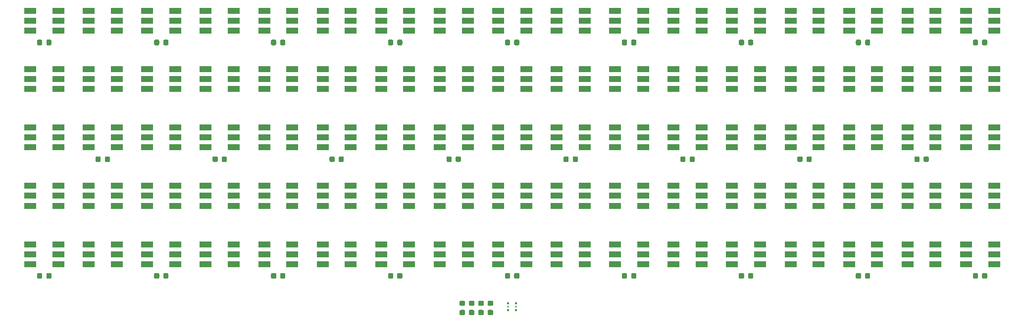
<source format=gbr>
G04 #@! TF.GenerationSoftware,KiCad,Pcbnew,(5.1.5-0-10_14)*
G04 #@! TF.CreationDate,2020-04-22T23:35:31+01:00*
G04 #@! TF.ProjectId,Display,44697370-6c61-4792-9e6b-696361645f70,rev?*
G04 #@! TF.SameCoordinates,Original*
G04 #@! TF.FileFunction,Paste,Top*
G04 #@! TF.FilePolarity,Positive*
%FSLAX46Y46*%
G04 Gerber Fmt 4.6, Leading zero omitted, Abs format (unit mm)*
G04 Created by KiCad (PCBNEW (5.1.5-0-10_14)) date 2020-04-22 23:35:31*
%MOMM*%
%LPD*%
G04 APERTURE LIST*
%ADD10C,0.100000*%
%ADD11R,2.000000X1.100000*%
%ADD12R,0.400000X0.400000*%
%ADD13R,0.400000X0.200000*%
G04 APERTURE END LIST*
D10*
G36*
X51057691Y-63226053D02*
G01*
X51078926Y-63229203D01*
X51099750Y-63234419D01*
X51119962Y-63241651D01*
X51139368Y-63250830D01*
X51157781Y-63261866D01*
X51175024Y-63274654D01*
X51190930Y-63289070D01*
X51205346Y-63304976D01*
X51218134Y-63322219D01*
X51229170Y-63340632D01*
X51238349Y-63360038D01*
X51245581Y-63380250D01*
X51250797Y-63401074D01*
X51253947Y-63422309D01*
X51255000Y-63443750D01*
X51255000Y-63956250D01*
X51253947Y-63977691D01*
X51250797Y-63998926D01*
X51245581Y-64019750D01*
X51238349Y-64039962D01*
X51229170Y-64059368D01*
X51218134Y-64077781D01*
X51205346Y-64095024D01*
X51190930Y-64110930D01*
X51175024Y-64125346D01*
X51157781Y-64138134D01*
X51139368Y-64149170D01*
X51119962Y-64158349D01*
X51099750Y-64165581D01*
X51078926Y-64170797D01*
X51057691Y-64173947D01*
X51036250Y-64175000D01*
X50598750Y-64175000D01*
X50577309Y-64173947D01*
X50556074Y-64170797D01*
X50535250Y-64165581D01*
X50515038Y-64158349D01*
X50495632Y-64149170D01*
X50477219Y-64138134D01*
X50459976Y-64125346D01*
X50444070Y-64110930D01*
X50429654Y-64095024D01*
X50416866Y-64077781D01*
X50405830Y-64059368D01*
X50396651Y-64039962D01*
X50389419Y-64019750D01*
X50384203Y-63998926D01*
X50381053Y-63977691D01*
X50380000Y-63956250D01*
X50380000Y-63443750D01*
X50381053Y-63422309D01*
X50384203Y-63401074D01*
X50389419Y-63380250D01*
X50396651Y-63360038D01*
X50405830Y-63340632D01*
X50416866Y-63322219D01*
X50429654Y-63304976D01*
X50444070Y-63289070D01*
X50459976Y-63274654D01*
X50477219Y-63261866D01*
X50495632Y-63250830D01*
X50515038Y-63241651D01*
X50535250Y-63234419D01*
X50556074Y-63229203D01*
X50577309Y-63226053D01*
X50598750Y-63225000D01*
X51036250Y-63225000D01*
X51057691Y-63226053D01*
G37*
G36*
X49482691Y-63226053D02*
G01*
X49503926Y-63229203D01*
X49524750Y-63234419D01*
X49544962Y-63241651D01*
X49564368Y-63250830D01*
X49582781Y-63261866D01*
X49600024Y-63274654D01*
X49615930Y-63289070D01*
X49630346Y-63304976D01*
X49643134Y-63322219D01*
X49654170Y-63340632D01*
X49663349Y-63360038D01*
X49670581Y-63380250D01*
X49675797Y-63401074D01*
X49678947Y-63422309D01*
X49680000Y-63443750D01*
X49680000Y-63956250D01*
X49678947Y-63977691D01*
X49675797Y-63998926D01*
X49670581Y-64019750D01*
X49663349Y-64039962D01*
X49654170Y-64059368D01*
X49643134Y-64077781D01*
X49630346Y-64095024D01*
X49615930Y-64110930D01*
X49600024Y-64125346D01*
X49582781Y-64138134D01*
X49564368Y-64149170D01*
X49544962Y-64158349D01*
X49524750Y-64165581D01*
X49503926Y-64170797D01*
X49482691Y-64173947D01*
X49461250Y-64175000D01*
X49023750Y-64175000D01*
X49002309Y-64173947D01*
X48981074Y-64170797D01*
X48960250Y-64165581D01*
X48940038Y-64158349D01*
X48920632Y-64149170D01*
X48902219Y-64138134D01*
X48884976Y-64125346D01*
X48869070Y-64110930D01*
X48854654Y-64095024D01*
X48841866Y-64077781D01*
X48830830Y-64059368D01*
X48821651Y-64039962D01*
X48814419Y-64019750D01*
X48809203Y-63998926D01*
X48806053Y-63977691D01*
X48805000Y-63956250D01*
X48805000Y-63443750D01*
X48806053Y-63422309D01*
X48809203Y-63401074D01*
X48814419Y-63380250D01*
X48821651Y-63360038D01*
X48830830Y-63340632D01*
X48841866Y-63322219D01*
X48854654Y-63304976D01*
X48869070Y-63289070D01*
X48884976Y-63274654D01*
X48902219Y-63261866D01*
X48920632Y-63250830D01*
X48940038Y-63241651D01*
X48960250Y-63234419D01*
X48981074Y-63229203D01*
X49002309Y-63226053D01*
X49023750Y-63225000D01*
X49461250Y-63225000D01*
X49482691Y-63226053D01*
G37*
G36*
X161057691Y-83226053D02*
G01*
X161078926Y-83229203D01*
X161099750Y-83234419D01*
X161119962Y-83241651D01*
X161139368Y-83250830D01*
X161157781Y-83261866D01*
X161175024Y-83274654D01*
X161190930Y-83289070D01*
X161205346Y-83304976D01*
X161218134Y-83322219D01*
X161229170Y-83340632D01*
X161238349Y-83360038D01*
X161245581Y-83380250D01*
X161250797Y-83401074D01*
X161253947Y-83422309D01*
X161255000Y-83443750D01*
X161255000Y-83956250D01*
X161253947Y-83977691D01*
X161250797Y-83998926D01*
X161245581Y-84019750D01*
X161238349Y-84039962D01*
X161229170Y-84059368D01*
X161218134Y-84077781D01*
X161205346Y-84095024D01*
X161190930Y-84110930D01*
X161175024Y-84125346D01*
X161157781Y-84138134D01*
X161139368Y-84149170D01*
X161119962Y-84158349D01*
X161099750Y-84165581D01*
X161078926Y-84170797D01*
X161057691Y-84173947D01*
X161036250Y-84175000D01*
X160598750Y-84175000D01*
X160577309Y-84173947D01*
X160556074Y-84170797D01*
X160535250Y-84165581D01*
X160515038Y-84158349D01*
X160495632Y-84149170D01*
X160477219Y-84138134D01*
X160459976Y-84125346D01*
X160444070Y-84110930D01*
X160429654Y-84095024D01*
X160416866Y-84077781D01*
X160405830Y-84059368D01*
X160396651Y-84039962D01*
X160389419Y-84019750D01*
X160384203Y-83998926D01*
X160381053Y-83977691D01*
X160380000Y-83956250D01*
X160380000Y-83443750D01*
X160381053Y-83422309D01*
X160384203Y-83401074D01*
X160389419Y-83380250D01*
X160396651Y-83360038D01*
X160405830Y-83340632D01*
X160416866Y-83322219D01*
X160429654Y-83304976D01*
X160444070Y-83289070D01*
X160459976Y-83274654D01*
X160477219Y-83261866D01*
X160495632Y-83250830D01*
X160515038Y-83241651D01*
X160535250Y-83234419D01*
X160556074Y-83229203D01*
X160577309Y-83226053D01*
X160598750Y-83225000D01*
X161036250Y-83225000D01*
X161057691Y-83226053D01*
G37*
G36*
X159482691Y-83226053D02*
G01*
X159503926Y-83229203D01*
X159524750Y-83234419D01*
X159544962Y-83241651D01*
X159564368Y-83250830D01*
X159582781Y-83261866D01*
X159600024Y-83274654D01*
X159615930Y-83289070D01*
X159630346Y-83304976D01*
X159643134Y-83322219D01*
X159654170Y-83340632D01*
X159663349Y-83360038D01*
X159670581Y-83380250D01*
X159675797Y-83401074D01*
X159678947Y-83422309D01*
X159680000Y-83443750D01*
X159680000Y-83956250D01*
X159678947Y-83977691D01*
X159675797Y-83998926D01*
X159670581Y-84019750D01*
X159663349Y-84039962D01*
X159654170Y-84059368D01*
X159643134Y-84077781D01*
X159630346Y-84095024D01*
X159615930Y-84110930D01*
X159600024Y-84125346D01*
X159582781Y-84138134D01*
X159564368Y-84149170D01*
X159544962Y-84158349D01*
X159524750Y-84165581D01*
X159503926Y-84170797D01*
X159482691Y-84173947D01*
X159461250Y-84175000D01*
X159023750Y-84175000D01*
X159002309Y-84173947D01*
X158981074Y-84170797D01*
X158960250Y-84165581D01*
X158940038Y-84158349D01*
X158920632Y-84149170D01*
X158902219Y-84138134D01*
X158884976Y-84125346D01*
X158869070Y-84110930D01*
X158854654Y-84095024D01*
X158841866Y-84077781D01*
X158830830Y-84059368D01*
X158821651Y-84039962D01*
X158814419Y-84019750D01*
X158809203Y-83998926D01*
X158806053Y-83977691D01*
X158805000Y-83956250D01*
X158805000Y-83443750D01*
X158806053Y-83422309D01*
X158809203Y-83401074D01*
X158814419Y-83380250D01*
X158821651Y-83360038D01*
X158830830Y-83340632D01*
X158841866Y-83322219D01*
X158854654Y-83304976D01*
X158869070Y-83289070D01*
X158884976Y-83274654D01*
X158902219Y-83261866D01*
X158920632Y-83250830D01*
X158940038Y-83241651D01*
X158960250Y-83234419D01*
X158981074Y-83229203D01*
X159002309Y-83226053D01*
X159023750Y-83225000D01*
X159461250Y-83225000D01*
X159482691Y-83226053D01*
G37*
G36*
X181057691Y-43226053D02*
G01*
X181078926Y-43229203D01*
X181099750Y-43234419D01*
X181119962Y-43241651D01*
X181139368Y-43250830D01*
X181157781Y-43261866D01*
X181175024Y-43274654D01*
X181190930Y-43289070D01*
X181205346Y-43304976D01*
X181218134Y-43322219D01*
X181229170Y-43340632D01*
X181238349Y-43360038D01*
X181245581Y-43380250D01*
X181250797Y-43401074D01*
X181253947Y-43422309D01*
X181255000Y-43443750D01*
X181255000Y-43956250D01*
X181253947Y-43977691D01*
X181250797Y-43998926D01*
X181245581Y-44019750D01*
X181238349Y-44039962D01*
X181229170Y-44059368D01*
X181218134Y-44077781D01*
X181205346Y-44095024D01*
X181190930Y-44110930D01*
X181175024Y-44125346D01*
X181157781Y-44138134D01*
X181139368Y-44149170D01*
X181119962Y-44158349D01*
X181099750Y-44165581D01*
X181078926Y-44170797D01*
X181057691Y-44173947D01*
X181036250Y-44175000D01*
X180598750Y-44175000D01*
X180577309Y-44173947D01*
X180556074Y-44170797D01*
X180535250Y-44165581D01*
X180515038Y-44158349D01*
X180495632Y-44149170D01*
X180477219Y-44138134D01*
X180459976Y-44125346D01*
X180444070Y-44110930D01*
X180429654Y-44095024D01*
X180416866Y-44077781D01*
X180405830Y-44059368D01*
X180396651Y-44039962D01*
X180389419Y-44019750D01*
X180384203Y-43998926D01*
X180381053Y-43977691D01*
X180380000Y-43956250D01*
X180380000Y-43443750D01*
X180381053Y-43422309D01*
X180384203Y-43401074D01*
X180389419Y-43380250D01*
X180396651Y-43360038D01*
X180405830Y-43340632D01*
X180416866Y-43322219D01*
X180429654Y-43304976D01*
X180444070Y-43289070D01*
X180459976Y-43274654D01*
X180477219Y-43261866D01*
X180495632Y-43250830D01*
X180515038Y-43241651D01*
X180535250Y-43234419D01*
X180556074Y-43229203D01*
X180577309Y-43226053D01*
X180598750Y-43225000D01*
X181036250Y-43225000D01*
X181057691Y-43226053D01*
G37*
G36*
X179482691Y-43226053D02*
G01*
X179503926Y-43229203D01*
X179524750Y-43234419D01*
X179544962Y-43241651D01*
X179564368Y-43250830D01*
X179582781Y-43261866D01*
X179600024Y-43274654D01*
X179615930Y-43289070D01*
X179630346Y-43304976D01*
X179643134Y-43322219D01*
X179654170Y-43340632D01*
X179663349Y-43360038D01*
X179670581Y-43380250D01*
X179675797Y-43401074D01*
X179678947Y-43422309D01*
X179680000Y-43443750D01*
X179680000Y-43956250D01*
X179678947Y-43977691D01*
X179675797Y-43998926D01*
X179670581Y-44019750D01*
X179663349Y-44039962D01*
X179654170Y-44059368D01*
X179643134Y-44077781D01*
X179630346Y-44095024D01*
X179615930Y-44110930D01*
X179600024Y-44125346D01*
X179582781Y-44138134D01*
X179564368Y-44149170D01*
X179544962Y-44158349D01*
X179524750Y-44165581D01*
X179503926Y-44170797D01*
X179482691Y-44173947D01*
X179461250Y-44175000D01*
X179023750Y-44175000D01*
X179002309Y-44173947D01*
X178981074Y-44170797D01*
X178960250Y-44165581D01*
X178940038Y-44158349D01*
X178920632Y-44149170D01*
X178902219Y-44138134D01*
X178884976Y-44125346D01*
X178869070Y-44110930D01*
X178854654Y-44095024D01*
X178841866Y-44077781D01*
X178830830Y-44059368D01*
X178821651Y-44039962D01*
X178814419Y-44019750D01*
X178809203Y-43998926D01*
X178806053Y-43977691D01*
X178805000Y-43956250D01*
X178805000Y-43443750D01*
X178806053Y-43422309D01*
X178809203Y-43401074D01*
X178814419Y-43380250D01*
X178821651Y-43360038D01*
X178830830Y-43340632D01*
X178841866Y-43322219D01*
X178854654Y-43304976D01*
X178869070Y-43289070D01*
X178884976Y-43274654D01*
X178902219Y-43261866D01*
X178920632Y-43250830D01*
X178940038Y-43241651D01*
X178960250Y-43234419D01*
X178981074Y-43229203D01*
X179002309Y-43226053D01*
X179023750Y-43225000D01*
X179461250Y-43225000D01*
X179482691Y-43226053D01*
G37*
G36*
X161057691Y-43226053D02*
G01*
X161078926Y-43229203D01*
X161099750Y-43234419D01*
X161119962Y-43241651D01*
X161139368Y-43250830D01*
X161157781Y-43261866D01*
X161175024Y-43274654D01*
X161190930Y-43289070D01*
X161205346Y-43304976D01*
X161218134Y-43322219D01*
X161229170Y-43340632D01*
X161238349Y-43360038D01*
X161245581Y-43380250D01*
X161250797Y-43401074D01*
X161253947Y-43422309D01*
X161255000Y-43443750D01*
X161255000Y-43956250D01*
X161253947Y-43977691D01*
X161250797Y-43998926D01*
X161245581Y-44019750D01*
X161238349Y-44039962D01*
X161229170Y-44059368D01*
X161218134Y-44077781D01*
X161205346Y-44095024D01*
X161190930Y-44110930D01*
X161175024Y-44125346D01*
X161157781Y-44138134D01*
X161139368Y-44149170D01*
X161119962Y-44158349D01*
X161099750Y-44165581D01*
X161078926Y-44170797D01*
X161057691Y-44173947D01*
X161036250Y-44175000D01*
X160598750Y-44175000D01*
X160577309Y-44173947D01*
X160556074Y-44170797D01*
X160535250Y-44165581D01*
X160515038Y-44158349D01*
X160495632Y-44149170D01*
X160477219Y-44138134D01*
X160459976Y-44125346D01*
X160444070Y-44110930D01*
X160429654Y-44095024D01*
X160416866Y-44077781D01*
X160405830Y-44059368D01*
X160396651Y-44039962D01*
X160389419Y-44019750D01*
X160384203Y-43998926D01*
X160381053Y-43977691D01*
X160380000Y-43956250D01*
X160380000Y-43443750D01*
X160381053Y-43422309D01*
X160384203Y-43401074D01*
X160389419Y-43380250D01*
X160396651Y-43360038D01*
X160405830Y-43340632D01*
X160416866Y-43322219D01*
X160429654Y-43304976D01*
X160444070Y-43289070D01*
X160459976Y-43274654D01*
X160477219Y-43261866D01*
X160495632Y-43250830D01*
X160515038Y-43241651D01*
X160535250Y-43234419D01*
X160556074Y-43229203D01*
X160577309Y-43226053D01*
X160598750Y-43225000D01*
X161036250Y-43225000D01*
X161057691Y-43226053D01*
G37*
G36*
X159482691Y-43226053D02*
G01*
X159503926Y-43229203D01*
X159524750Y-43234419D01*
X159544962Y-43241651D01*
X159564368Y-43250830D01*
X159582781Y-43261866D01*
X159600024Y-43274654D01*
X159615930Y-43289070D01*
X159630346Y-43304976D01*
X159643134Y-43322219D01*
X159654170Y-43340632D01*
X159663349Y-43360038D01*
X159670581Y-43380250D01*
X159675797Y-43401074D01*
X159678947Y-43422309D01*
X159680000Y-43443750D01*
X159680000Y-43956250D01*
X159678947Y-43977691D01*
X159675797Y-43998926D01*
X159670581Y-44019750D01*
X159663349Y-44039962D01*
X159654170Y-44059368D01*
X159643134Y-44077781D01*
X159630346Y-44095024D01*
X159615930Y-44110930D01*
X159600024Y-44125346D01*
X159582781Y-44138134D01*
X159564368Y-44149170D01*
X159544962Y-44158349D01*
X159524750Y-44165581D01*
X159503926Y-44170797D01*
X159482691Y-44173947D01*
X159461250Y-44175000D01*
X159023750Y-44175000D01*
X159002309Y-44173947D01*
X158981074Y-44170797D01*
X158960250Y-44165581D01*
X158940038Y-44158349D01*
X158920632Y-44149170D01*
X158902219Y-44138134D01*
X158884976Y-44125346D01*
X158869070Y-44110930D01*
X158854654Y-44095024D01*
X158841866Y-44077781D01*
X158830830Y-44059368D01*
X158821651Y-44039962D01*
X158814419Y-44019750D01*
X158809203Y-43998926D01*
X158806053Y-43977691D01*
X158805000Y-43956250D01*
X158805000Y-43443750D01*
X158806053Y-43422309D01*
X158809203Y-43401074D01*
X158814419Y-43380250D01*
X158821651Y-43360038D01*
X158830830Y-43340632D01*
X158841866Y-43322219D01*
X158854654Y-43304976D01*
X158869070Y-43289070D01*
X158884976Y-43274654D01*
X158902219Y-43261866D01*
X158920632Y-43250830D01*
X158940038Y-43241651D01*
X158960250Y-43234419D01*
X158981074Y-43229203D01*
X159002309Y-43226053D01*
X159023750Y-43225000D01*
X159461250Y-43225000D01*
X159482691Y-43226053D01*
G37*
G36*
X141057691Y-43226053D02*
G01*
X141078926Y-43229203D01*
X141099750Y-43234419D01*
X141119962Y-43241651D01*
X141139368Y-43250830D01*
X141157781Y-43261866D01*
X141175024Y-43274654D01*
X141190930Y-43289070D01*
X141205346Y-43304976D01*
X141218134Y-43322219D01*
X141229170Y-43340632D01*
X141238349Y-43360038D01*
X141245581Y-43380250D01*
X141250797Y-43401074D01*
X141253947Y-43422309D01*
X141255000Y-43443750D01*
X141255000Y-43956250D01*
X141253947Y-43977691D01*
X141250797Y-43998926D01*
X141245581Y-44019750D01*
X141238349Y-44039962D01*
X141229170Y-44059368D01*
X141218134Y-44077781D01*
X141205346Y-44095024D01*
X141190930Y-44110930D01*
X141175024Y-44125346D01*
X141157781Y-44138134D01*
X141139368Y-44149170D01*
X141119962Y-44158349D01*
X141099750Y-44165581D01*
X141078926Y-44170797D01*
X141057691Y-44173947D01*
X141036250Y-44175000D01*
X140598750Y-44175000D01*
X140577309Y-44173947D01*
X140556074Y-44170797D01*
X140535250Y-44165581D01*
X140515038Y-44158349D01*
X140495632Y-44149170D01*
X140477219Y-44138134D01*
X140459976Y-44125346D01*
X140444070Y-44110930D01*
X140429654Y-44095024D01*
X140416866Y-44077781D01*
X140405830Y-44059368D01*
X140396651Y-44039962D01*
X140389419Y-44019750D01*
X140384203Y-43998926D01*
X140381053Y-43977691D01*
X140380000Y-43956250D01*
X140380000Y-43443750D01*
X140381053Y-43422309D01*
X140384203Y-43401074D01*
X140389419Y-43380250D01*
X140396651Y-43360038D01*
X140405830Y-43340632D01*
X140416866Y-43322219D01*
X140429654Y-43304976D01*
X140444070Y-43289070D01*
X140459976Y-43274654D01*
X140477219Y-43261866D01*
X140495632Y-43250830D01*
X140515038Y-43241651D01*
X140535250Y-43234419D01*
X140556074Y-43229203D01*
X140577309Y-43226053D01*
X140598750Y-43225000D01*
X141036250Y-43225000D01*
X141057691Y-43226053D01*
G37*
G36*
X139482691Y-43226053D02*
G01*
X139503926Y-43229203D01*
X139524750Y-43234419D01*
X139544962Y-43241651D01*
X139564368Y-43250830D01*
X139582781Y-43261866D01*
X139600024Y-43274654D01*
X139615930Y-43289070D01*
X139630346Y-43304976D01*
X139643134Y-43322219D01*
X139654170Y-43340632D01*
X139663349Y-43360038D01*
X139670581Y-43380250D01*
X139675797Y-43401074D01*
X139678947Y-43422309D01*
X139680000Y-43443750D01*
X139680000Y-43956250D01*
X139678947Y-43977691D01*
X139675797Y-43998926D01*
X139670581Y-44019750D01*
X139663349Y-44039962D01*
X139654170Y-44059368D01*
X139643134Y-44077781D01*
X139630346Y-44095024D01*
X139615930Y-44110930D01*
X139600024Y-44125346D01*
X139582781Y-44138134D01*
X139564368Y-44149170D01*
X139544962Y-44158349D01*
X139524750Y-44165581D01*
X139503926Y-44170797D01*
X139482691Y-44173947D01*
X139461250Y-44175000D01*
X139023750Y-44175000D01*
X139002309Y-44173947D01*
X138981074Y-44170797D01*
X138960250Y-44165581D01*
X138940038Y-44158349D01*
X138920632Y-44149170D01*
X138902219Y-44138134D01*
X138884976Y-44125346D01*
X138869070Y-44110930D01*
X138854654Y-44095024D01*
X138841866Y-44077781D01*
X138830830Y-44059368D01*
X138821651Y-44039962D01*
X138814419Y-44019750D01*
X138809203Y-43998926D01*
X138806053Y-43977691D01*
X138805000Y-43956250D01*
X138805000Y-43443750D01*
X138806053Y-43422309D01*
X138809203Y-43401074D01*
X138814419Y-43380250D01*
X138821651Y-43360038D01*
X138830830Y-43340632D01*
X138841866Y-43322219D01*
X138854654Y-43304976D01*
X138869070Y-43289070D01*
X138884976Y-43274654D01*
X138902219Y-43261866D01*
X138920632Y-43250830D01*
X138940038Y-43241651D01*
X138960250Y-43234419D01*
X138981074Y-43229203D01*
X139002309Y-43226053D01*
X139023750Y-43225000D01*
X139461250Y-43225000D01*
X139482691Y-43226053D01*
G37*
G36*
X201057691Y-83226053D02*
G01*
X201078926Y-83229203D01*
X201099750Y-83234419D01*
X201119962Y-83241651D01*
X201139368Y-83250830D01*
X201157781Y-83261866D01*
X201175024Y-83274654D01*
X201190930Y-83289070D01*
X201205346Y-83304976D01*
X201218134Y-83322219D01*
X201229170Y-83340632D01*
X201238349Y-83360038D01*
X201245581Y-83380250D01*
X201250797Y-83401074D01*
X201253947Y-83422309D01*
X201255000Y-83443750D01*
X201255000Y-83956250D01*
X201253947Y-83977691D01*
X201250797Y-83998926D01*
X201245581Y-84019750D01*
X201238349Y-84039962D01*
X201229170Y-84059368D01*
X201218134Y-84077781D01*
X201205346Y-84095024D01*
X201190930Y-84110930D01*
X201175024Y-84125346D01*
X201157781Y-84138134D01*
X201139368Y-84149170D01*
X201119962Y-84158349D01*
X201099750Y-84165581D01*
X201078926Y-84170797D01*
X201057691Y-84173947D01*
X201036250Y-84175000D01*
X200598750Y-84175000D01*
X200577309Y-84173947D01*
X200556074Y-84170797D01*
X200535250Y-84165581D01*
X200515038Y-84158349D01*
X200495632Y-84149170D01*
X200477219Y-84138134D01*
X200459976Y-84125346D01*
X200444070Y-84110930D01*
X200429654Y-84095024D01*
X200416866Y-84077781D01*
X200405830Y-84059368D01*
X200396651Y-84039962D01*
X200389419Y-84019750D01*
X200384203Y-83998926D01*
X200381053Y-83977691D01*
X200380000Y-83956250D01*
X200380000Y-83443750D01*
X200381053Y-83422309D01*
X200384203Y-83401074D01*
X200389419Y-83380250D01*
X200396651Y-83360038D01*
X200405830Y-83340632D01*
X200416866Y-83322219D01*
X200429654Y-83304976D01*
X200444070Y-83289070D01*
X200459976Y-83274654D01*
X200477219Y-83261866D01*
X200495632Y-83250830D01*
X200515038Y-83241651D01*
X200535250Y-83234419D01*
X200556074Y-83229203D01*
X200577309Y-83226053D01*
X200598750Y-83225000D01*
X201036250Y-83225000D01*
X201057691Y-83226053D01*
G37*
G36*
X199482691Y-83226053D02*
G01*
X199503926Y-83229203D01*
X199524750Y-83234419D01*
X199544962Y-83241651D01*
X199564368Y-83250830D01*
X199582781Y-83261866D01*
X199600024Y-83274654D01*
X199615930Y-83289070D01*
X199630346Y-83304976D01*
X199643134Y-83322219D01*
X199654170Y-83340632D01*
X199663349Y-83360038D01*
X199670581Y-83380250D01*
X199675797Y-83401074D01*
X199678947Y-83422309D01*
X199680000Y-83443750D01*
X199680000Y-83956250D01*
X199678947Y-83977691D01*
X199675797Y-83998926D01*
X199670581Y-84019750D01*
X199663349Y-84039962D01*
X199654170Y-84059368D01*
X199643134Y-84077781D01*
X199630346Y-84095024D01*
X199615930Y-84110930D01*
X199600024Y-84125346D01*
X199582781Y-84138134D01*
X199564368Y-84149170D01*
X199544962Y-84158349D01*
X199524750Y-84165581D01*
X199503926Y-84170797D01*
X199482691Y-84173947D01*
X199461250Y-84175000D01*
X199023750Y-84175000D01*
X199002309Y-84173947D01*
X198981074Y-84170797D01*
X198960250Y-84165581D01*
X198940038Y-84158349D01*
X198920632Y-84149170D01*
X198902219Y-84138134D01*
X198884976Y-84125346D01*
X198869070Y-84110930D01*
X198854654Y-84095024D01*
X198841866Y-84077781D01*
X198830830Y-84059368D01*
X198821651Y-84039962D01*
X198814419Y-84019750D01*
X198809203Y-83998926D01*
X198806053Y-83977691D01*
X198805000Y-83956250D01*
X198805000Y-83443750D01*
X198806053Y-83422309D01*
X198809203Y-83401074D01*
X198814419Y-83380250D01*
X198821651Y-83360038D01*
X198830830Y-83340632D01*
X198841866Y-83322219D01*
X198854654Y-83304976D01*
X198869070Y-83289070D01*
X198884976Y-83274654D01*
X198902219Y-83261866D01*
X198920632Y-83250830D01*
X198940038Y-83241651D01*
X198960250Y-83234419D01*
X198981074Y-83229203D01*
X199002309Y-83226053D01*
X199023750Y-83225000D01*
X199461250Y-83225000D01*
X199482691Y-83226053D01*
G37*
G36*
X181057691Y-83226053D02*
G01*
X181078926Y-83229203D01*
X181099750Y-83234419D01*
X181119962Y-83241651D01*
X181139368Y-83250830D01*
X181157781Y-83261866D01*
X181175024Y-83274654D01*
X181190930Y-83289070D01*
X181205346Y-83304976D01*
X181218134Y-83322219D01*
X181229170Y-83340632D01*
X181238349Y-83360038D01*
X181245581Y-83380250D01*
X181250797Y-83401074D01*
X181253947Y-83422309D01*
X181255000Y-83443750D01*
X181255000Y-83956250D01*
X181253947Y-83977691D01*
X181250797Y-83998926D01*
X181245581Y-84019750D01*
X181238349Y-84039962D01*
X181229170Y-84059368D01*
X181218134Y-84077781D01*
X181205346Y-84095024D01*
X181190930Y-84110930D01*
X181175024Y-84125346D01*
X181157781Y-84138134D01*
X181139368Y-84149170D01*
X181119962Y-84158349D01*
X181099750Y-84165581D01*
X181078926Y-84170797D01*
X181057691Y-84173947D01*
X181036250Y-84175000D01*
X180598750Y-84175000D01*
X180577309Y-84173947D01*
X180556074Y-84170797D01*
X180535250Y-84165581D01*
X180515038Y-84158349D01*
X180495632Y-84149170D01*
X180477219Y-84138134D01*
X180459976Y-84125346D01*
X180444070Y-84110930D01*
X180429654Y-84095024D01*
X180416866Y-84077781D01*
X180405830Y-84059368D01*
X180396651Y-84039962D01*
X180389419Y-84019750D01*
X180384203Y-83998926D01*
X180381053Y-83977691D01*
X180380000Y-83956250D01*
X180380000Y-83443750D01*
X180381053Y-83422309D01*
X180384203Y-83401074D01*
X180389419Y-83380250D01*
X180396651Y-83360038D01*
X180405830Y-83340632D01*
X180416866Y-83322219D01*
X180429654Y-83304976D01*
X180444070Y-83289070D01*
X180459976Y-83274654D01*
X180477219Y-83261866D01*
X180495632Y-83250830D01*
X180515038Y-83241651D01*
X180535250Y-83234419D01*
X180556074Y-83229203D01*
X180577309Y-83226053D01*
X180598750Y-83225000D01*
X181036250Y-83225000D01*
X181057691Y-83226053D01*
G37*
G36*
X179482691Y-83226053D02*
G01*
X179503926Y-83229203D01*
X179524750Y-83234419D01*
X179544962Y-83241651D01*
X179564368Y-83250830D01*
X179582781Y-83261866D01*
X179600024Y-83274654D01*
X179615930Y-83289070D01*
X179630346Y-83304976D01*
X179643134Y-83322219D01*
X179654170Y-83340632D01*
X179663349Y-83360038D01*
X179670581Y-83380250D01*
X179675797Y-83401074D01*
X179678947Y-83422309D01*
X179680000Y-83443750D01*
X179680000Y-83956250D01*
X179678947Y-83977691D01*
X179675797Y-83998926D01*
X179670581Y-84019750D01*
X179663349Y-84039962D01*
X179654170Y-84059368D01*
X179643134Y-84077781D01*
X179630346Y-84095024D01*
X179615930Y-84110930D01*
X179600024Y-84125346D01*
X179582781Y-84138134D01*
X179564368Y-84149170D01*
X179544962Y-84158349D01*
X179524750Y-84165581D01*
X179503926Y-84170797D01*
X179482691Y-84173947D01*
X179461250Y-84175000D01*
X179023750Y-84175000D01*
X179002309Y-84173947D01*
X178981074Y-84170797D01*
X178960250Y-84165581D01*
X178940038Y-84158349D01*
X178920632Y-84149170D01*
X178902219Y-84138134D01*
X178884976Y-84125346D01*
X178869070Y-84110930D01*
X178854654Y-84095024D01*
X178841866Y-84077781D01*
X178830830Y-84059368D01*
X178821651Y-84039962D01*
X178814419Y-84019750D01*
X178809203Y-83998926D01*
X178806053Y-83977691D01*
X178805000Y-83956250D01*
X178805000Y-83443750D01*
X178806053Y-83422309D01*
X178809203Y-83401074D01*
X178814419Y-83380250D01*
X178821651Y-83360038D01*
X178830830Y-83340632D01*
X178841866Y-83322219D01*
X178854654Y-83304976D01*
X178869070Y-83289070D01*
X178884976Y-83274654D01*
X178902219Y-83261866D01*
X178920632Y-83250830D01*
X178940038Y-83241651D01*
X178960250Y-83234419D01*
X178981074Y-83229203D01*
X179002309Y-83226053D01*
X179023750Y-83225000D01*
X179461250Y-83225000D01*
X179482691Y-83226053D01*
G37*
G36*
X141057691Y-83226053D02*
G01*
X141078926Y-83229203D01*
X141099750Y-83234419D01*
X141119962Y-83241651D01*
X141139368Y-83250830D01*
X141157781Y-83261866D01*
X141175024Y-83274654D01*
X141190930Y-83289070D01*
X141205346Y-83304976D01*
X141218134Y-83322219D01*
X141229170Y-83340632D01*
X141238349Y-83360038D01*
X141245581Y-83380250D01*
X141250797Y-83401074D01*
X141253947Y-83422309D01*
X141255000Y-83443750D01*
X141255000Y-83956250D01*
X141253947Y-83977691D01*
X141250797Y-83998926D01*
X141245581Y-84019750D01*
X141238349Y-84039962D01*
X141229170Y-84059368D01*
X141218134Y-84077781D01*
X141205346Y-84095024D01*
X141190930Y-84110930D01*
X141175024Y-84125346D01*
X141157781Y-84138134D01*
X141139368Y-84149170D01*
X141119962Y-84158349D01*
X141099750Y-84165581D01*
X141078926Y-84170797D01*
X141057691Y-84173947D01*
X141036250Y-84175000D01*
X140598750Y-84175000D01*
X140577309Y-84173947D01*
X140556074Y-84170797D01*
X140535250Y-84165581D01*
X140515038Y-84158349D01*
X140495632Y-84149170D01*
X140477219Y-84138134D01*
X140459976Y-84125346D01*
X140444070Y-84110930D01*
X140429654Y-84095024D01*
X140416866Y-84077781D01*
X140405830Y-84059368D01*
X140396651Y-84039962D01*
X140389419Y-84019750D01*
X140384203Y-83998926D01*
X140381053Y-83977691D01*
X140380000Y-83956250D01*
X140380000Y-83443750D01*
X140381053Y-83422309D01*
X140384203Y-83401074D01*
X140389419Y-83380250D01*
X140396651Y-83360038D01*
X140405830Y-83340632D01*
X140416866Y-83322219D01*
X140429654Y-83304976D01*
X140444070Y-83289070D01*
X140459976Y-83274654D01*
X140477219Y-83261866D01*
X140495632Y-83250830D01*
X140515038Y-83241651D01*
X140535250Y-83234419D01*
X140556074Y-83229203D01*
X140577309Y-83226053D01*
X140598750Y-83225000D01*
X141036250Y-83225000D01*
X141057691Y-83226053D01*
G37*
G36*
X139482691Y-83226053D02*
G01*
X139503926Y-83229203D01*
X139524750Y-83234419D01*
X139544962Y-83241651D01*
X139564368Y-83250830D01*
X139582781Y-83261866D01*
X139600024Y-83274654D01*
X139615930Y-83289070D01*
X139630346Y-83304976D01*
X139643134Y-83322219D01*
X139654170Y-83340632D01*
X139663349Y-83360038D01*
X139670581Y-83380250D01*
X139675797Y-83401074D01*
X139678947Y-83422309D01*
X139680000Y-83443750D01*
X139680000Y-83956250D01*
X139678947Y-83977691D01*
X139675797Y-83998926D01*
X139670581Y-84019750D01*
X139663349Y-84039962D01*
X139654170Y-84059368D01*
X139643134Y-84077781D01*
X139630346Y-84095024D01*
X139615930Y-84110930D01*
X139600024Y-84125346D01*
X139582781Y-84138134D01*
X139564368Y-84149170D01*
X139544962Y-84158349D01*
X139524750Y-84165581D01*
X139503926Y-84170797D01*
X139482691Y-84173947D01*
X139461250Y-84175000D01*
X139023750Y-84175000D01*
X139002309Y-84173947D01*
X138981074Y-84170797D01*
X138960250Y-84165581D01*
X138940038Y-84158349D01*
X138920632Y-84149170D01*
X138902219Y-84138134D01*
X138884976Y-84125346D01*
X138869070Y-84110930D01*
X138854654Y-84095024D01*
X138841866Y-84077781D01*
X138830830Y-84059368D01*
X138821651Y-84039962D01*
X138814419Y-84019750D01*
X138809203Y-83998926D01*
X138806053Y-83977691D01*
X138805000Y-83956250D01*
X138805000Y-83443750D01*
X138806053Y-83422309D01*
X138809203Y-83401074D01*
X138814419Y-83380250D01*
X138821651Y-83360038D01*
X138830830Y-83340632D01*
X138841866Y-83322219D01*
X138854654Y-83304976D01*
X138869070Y-83289070D01*
X138884976Y-83274654D01*
X138902219Y-83261866D01*
X138920632Y-83250830D01*
X138940038Y-83241651D01*
X138960250Y-83234419D01*
X138981074Y-83229203D01*
X139002309Y-83226053D01*
X139023750Y-83225000D01*
X139461250Y-83225000D01*
X139482691Y-83226053D01*
G37*
G36*
X121057691Y-83226053D02*
G01*
X121078926Y-83229203D01*
X121099750Y-83234419D01*
X121119962Y-83241651D01*
X121139368Y-83250830D01*
X121157781Y-83261866D01*
X121175024Y-83274654D01*
X121190930Y-83289070D01*
X121205346Y-83304976D01*
X121218134Y-83322219D01*
X121229170Y-83340632D01*
X121238349Y-83360038D01*
X121245581Y-83380250D01*
X121250797Y-83401074D01*
X121253947Y-83422309D01*
X121255000Y-83443750D01*
X121255000Y-83956250D01*
X121253947Y-83977691D01*
X121250797Y-83998926D01*
X121245581Y-84019750D01*
X121238349Y-84039962D01*
X121229170Y-84059368D01*
X121218134Y-84077781D01*
X121205346Y-84095024D01*
X121190930Y-84110930D01*
X121175024Y-84125346D01*
X121157781Y-84138134D01*
X121139368Y-84149170D01*
X121119962Y-84158349D01*
X121099750Y-84165581D01*
X121078926Y-84170797D01*
X121057691Y-84173947D01*
X121036250Y-84175000D01*
X120598750Y-84175000D01*
X120577309Y-84173947D01*
X120556074Y-84170797D01*
X120535250Y-84165581D01*
X120515038Y-84158349D01*
X120495632Y-84149170D01*
X120477219Y-84138134D01*
X120459976Y-84125346D01*
X120444070Y-84110930D01*
X120429654Y-84095024D01*
X120416866Y-84077781D01*
X120405830Y-84059368D01*
X120396651Y-84039962D01*
X120389419Y-84019750D01*
X120384203Y-83998926D01*
X120381053Y-83977691D01*
X120380000Y-83956250D01*
X120380000Y-83443750D01*
X120381053Y-83422309D01*
X120384203Y-83401074D01*
X120389419Y-83380250D01*
X120396651Y-83360038D01*
X120405830Y-83340632D01*
X120416866Y-83322219D01*
X120429654Y-83304976D01*
X120444070Y-83289070D01*
X120459976Y-83274654D01*
X120477219Y-83261866D01*
X120495632Y-83250830D01*
X120515038Y-83241651D01*
X120535250Y-83234419D01*
X120556074Y-83229203D01*
X120577309Y-83226053D01*
X120598750Y-83225000D01*
X121036250Y-83225000D01*
X121057691Y-83226053D01*
G37*
G36*
X119482691Y-83226053D02*
G01*
X119503926Y-83229203D01*
X119524750Y-83234419D01*
X119544962Y-83241651D01*
X119564368Y-83250830D01*
X119582781Y-83261866D01*
X119600024Y-83274654D01*
X119615930Y-83289070D01*
X119630346Y-83304976D01*
X119643134Y-83322219D01*
X119654170Y-83340632D01*
X119663349Y-83360038D01*
X119670581Y-83380250D01*
X119675797Y-83401074D01*
X119678947Y-83422309D01*
X119680000Y-83443750D01*
X119680000Y-83956250D01*
X119678947Y-83977691D01*
X119675797Y-83998926D01*
X119670581Y-84019750D01*
X119663349Y-84039962D01*
X119654170Y-84059368D01*
X119643134Y-84077781D01*
X119630346Y-84095024D01*
X119615930Y-84110930D01*
X119600024Y-84125346D01*
X119582781Y-84138134D01*
X119564368Y-84149170D01*
X119544962Y-84158349D01*
X119524750Y-84165581D01*
X119503926Y-84170797D01*
X119482691Y-84173947D01*
X119461250Y-84175000D01*
X119023750Y-84175000D01*
X119002309Y-84173947D01*
X118981074Y-84170797D01*
X118960250Y-84165581D01*
X118940038Y-84158349D01*
X118920632Y-84149170D01*
X118902219Y-84138134D01*
X118884976Y-84125346D01*
X118869070Y-84110930D01*
X118854654Y-84095024D01*
X118841866Y-84077781D01*
X118830830Y-84059368D01*
X118821651Y-84039962D01*
X118814419Y-84019750D01*
X118809203Y-83998926D01*
X118806053Y-83977691D01*
X118805000Y-83956250D01*
X118805000Y-83443750D01*
X118806053Y-83422309D01*
X118809203Y-83401074D01*
X118814419Y-83380250D01*
X118821651Y-83360038D01*
X118830830Y-83340632D01*
X118841866Y-83322219D01*
X118854654Y-83304976D01*
X118869070Y-83289070D01*
X118884976Y-83274654D01*
X118902219Y-83261866D01*
X118920632Y-83250830D01*
X118940038Y-83241651D01*
X118960250Y-83234419D01*
X118981074Y-83229203D01*
X119002309Y-83226053D01*
X119023750Y-83225000D01*
X119461250Y-83225000D01*
X119482691Y-83226053D01*
G37*
G36*
X101057691Y-83226053D02*
G01*
X101078926Y-83229203D01*
X101099750Y-83234419D01*
X101119962Y-83241651D01*
X101139368Y-83250830D01*
X101157781Y-83261866D01*
X101175024Y-83274654D01*
X101190930Y-83289070D01*
X101205346Y-83304976D01*
X101218134Y-83322219D01*
X101229170Y-83340632D01*
X101238349Y-83360038D01*
X101245581Y-83380250D01*
X101250797Y-83401074D01*
X101253947Y-83422309D01*
X101255000Y-83443750D01*
X101255000Y-83956250D01*
X101253947Y-83977691D01*
X101250797Y-83998926D01*
X101245581Y-84019750D01*
X101238349Y-84039962D01*
X101229170Y-84059368D01*
X101218134Y-84077781D01*
X101205346Y-84095024D01*
X101190930Y-84110930D01*
X101175024Y-84125346D01*
X101157781Y-84138134D01*
X101139368Y-84149170D01*
X101119962Y-84158349D01*
X101099750Y-84165581D01*
X101078926Y-84170797D01*
X101057691Y-84173947D01*
X101036250Y-84175000D01*
X100598750Y-84175000D01*
X100577309Y-84173947D01*
X100556074Y-84170797D01*
X100535250Y-84165581D01*
X100515038Y-84158349D01*
X100495632Y-84149170D01*
X100477219Y-84138134D01*
X100459976Y-84125346D01*
X100444070Y-84110930D01*
X100429654Y-84095024D01*
X100416866Y-84077781D01*
X100405830Y-84059368D01*
X100396651Y-84039962D01*
X100389419Y-84019750D01*
X100384203Y-83998926D01*
X100381053Y-83977691D01*
X100380000Y-83956250D01*
X100380000Y-83443750D01*
X100381053Y-83422309D01*
X100384203Y-83401074D01*
X100389419Y-83380250D01*
X100396651Y-83360038D01*
X100405830Y-83340632D01*
X100416866Y-83322219D01*
X100429654Y-83304976D01*
X100444070Y-83289070D01*
X100459976Y-83274654D01*
X100477219Y-83261866D01*
X100495632Y-83250830D01*
X100515038Y-83241651D01*
X100535250Y-83234419D01*
X100556074Y-83229203D01*
X100577309Y-83226053D01*
X100598750Y-83225000D01*
X101036250Y-83225000D01*
X101057691Y-83226053D01*
G37*
G36*
X99482691Y-83226053D02*
G01*
X99503926Y-83229203D01*
X99524750Y-83234419D01*
X99544962Y-83241651D01*
X99564368Y-83250830D01*
X99582781Y-83261866D01*
X99600024Y-83274654D01*
X99615930Y-83289070D01*
X99630346Y-83304976D01*
X99643134Y-83322219D01*
X99654170Y-83340632D01*
X99663349Y-83360038D01*
X99670581Y-83380250D01*
X99675797Y-83401074D01*
X99678947Y-83422309D01*
X99680000Y-83443750D01*
X99680000Y-83956250D01*
X99678947Y-83977691D01*
X99675797Y-83998926D01*
X99670581Y-84019750D01*
X99663349Y-84039962D01*
X99654170Y-84059368D01*
X99643134Y-84077781D01*
X99630346Y-84095024D01*
X99615930Y-84110930D01*
X99600024Y-84125346D01*
X99582781Y-84138134D01*
X99564368Y-84149170D01*
X99544962Y-84158349D01*
X99524750Y-84165581D01*
X99503926Y-84170797D01*
X99482691Y-84173947D01*
X99461250Y-84175000D01*
X99023750Y-84175000D01*
X99002309Y-84173947D01*
X98981074Y-84170797D01*
X98960250Y-84165581D01*
X98940038Y-84158349D01*
X98920632Y-84149170D01*
X98902219Y-84138134D01*
X98884976Y-84125346D01*
X98869070Y-84110930D01*
X98854654Y-84095024D01*
X98841866Y-84077781D01*
X98830830Y-84059368D01*
X98821651Y-84039962D01*
X98814419Y-84019750D01*
X98809203Y-83998926D01*
X98806053Y-83977691D01*
X98805000Y-83956250D01*
X98805000Y-83443750D01*
X98806053Y-83422309D01*
X98809203Y-83401074D01*
X98814419Y-83380250D01*
X98821651Y-83360038D01*
X98830830Y-83340632D01*
X98841866Y-83322219D01*
X98854654Y-83304976D01*
X98869070Y-83289070D01*
X98884976Y-83274654D01*
X98902219Y-83261866D01*
X98920632Y-83250830D01*
X98940038Y-83241651D01*
X98960250Y-83234419D01*
X98981074Y-83229203D01*
X99002309Y-83226053D01*
X99023750Y-83225000D01*
X99461250Y-83225000D01*
X99482691Y-83226053D01*
G37*
G36*
X81057691Y-83226053D02*
G01*
X81078926Y-83229203D01*
X81099750Y-83234419D01*
X81119962Y-83241651D01*
X81139368Y-83250830D01*
X81157781Y-83261866D01*
X81175024Y-83274654D01*
X81190930Y-83289070D01*
X81205346Y-83304976D01*
X81218134Y-83322219D01*
X81229170Y-83340632D01*
X81238349Y-83360038D01*
X81245581Y-83380250D01*
X81250797Y-83401074D01*
X81253947Y-83422309D01*
X81255000Y-83443750D01*
X81255000Y-83956250D01*
X81253947Y-83977691D01*
X81250797Y-83998926D01*
X81245581Y-84019750D01*
X81238349Y-84039962D01*
X81229170Y-84059368D01*
X81218134Y-84077781D01*
X81205346Y-84095024D01*
X81190930Y-84110930D01*
X81175024Y-84125346D01*
X81157781Y-84138134D01*
X81139368Y-84149170D01*
X81119962Y-84158349D01*
X81099750Y-84165581D01*
X81078926Y-84170797D01*
X81057691Y-84173947D01*
X81036250Y-84175000D01*
X80598750Y-84175000D01*
X80577309Y-84173947D01*
X80556074Y-84170797D01*
X80535250Y-84165581D01*
X80515038Y-84158349D01*
X80495632Y-84149170D01*
X80477219Y-84138134D01*
X80459976Y-84125346D01*
X80444070Y-84110930D01*
X80429654Y-84095024D01*
X80416866Y-84077781D01*
X80405830Y-84059368D01*
X80396651Y-84039962D01*
X80389419Y-84019750D01*
X80384203Y-83998926D01*
X80381053Y-83977691D01*
X80380000Y-83956250D01*
X80380000Y-83443750D01*
X80381053Y-83422309D01*
X80384203Y-83401074D01*
X80389419Y-83380250D01*
X80396651Y-83360038D01*
X80405830Y-83340632D01*
X80416866Y-83322219D01*
X80429654Y-83304976D01*
X80444070Y-83289070D01*
X80459976Y-83274654D01*
X80477219Y-83261866D01*
X80495632Y-83250830D01*
X80515038Y-83241651D01*
X80535250Y-83234419D01*
X80556074Y-83229203D01*
X80577309Y-83226053D01*
X80598750Y-83225000D01*
X81036250Y-83225000D01*
X81057691Y-83226053D01*
G37*
G36*
X79482691Y-83226053D02*
G01*
X79503926Y-83229203D01*
X79524750Y-83234419D01*
X79544962Y-83241651D01*
X79564368Y-83250830D01*
X79582781Y-83261866D01*
X79600024Y-83274654D01*
X79615930Y-83289070D01*
X79630346Y-83304976D01*
X79643134Y-83322219D01*
X79654170Y-83340632D01*
X79663349Y-83360038D01*
X79670581Y-83380250D01*
X79675797Y-83401074D01*
X79678947Y-83422309D01*
X79680000Y-83443750D01*
X79680000Y-83956250D01*
X79678947Y-83977691D01*
X79675797Y-83998926D01*
X79670581Y-84019750D01*
X79663349Y-84039962D01*
X79654170Y-84059368D01*
X79643134Y-84077781D01*
X79630346Y-84095024D01*
X79615930Y-84110930D01*
X79600024Y-84125346D01*
X79582781Y-84138134D01*
X79564368Y-84149170D01*
X79544962Y-84158349D01*
X79524750Y-84165581D01*
X79503926Y-84170797D01*
X79482691Y-84173947D01*
X79461250Y-84175000D01*
X79023750Y-84175000D01*
X79002309Y-84173947D01*
X78981074Y-84170797D01*
X78960250Y-84165581D01*
X78940038Y-84158349D01*
X78920632Y-84149170D01*
X78902219Y-84138134D01*
X78884976Y-84125346D01*
X78869070Y-84110930D01*
X78854654Y-84095024D01*
X78841866Y-84077781D01*
X78830830Y-84059368D01*
X78821651Y-84039962D01*
X78814419Y-84019750D01*
X78809203Y-83998926D01*
X78806053Y-83977691D01*
X78805000Y-83956250D01*
X78805000Y-83443750D01*
X78806053Y-83422309D01*
X78809203Y-83401074D01*
X78814419Y-83380250D01*
X78821651Y-83360038D01*
X78830830Y-83340632D01*
X78841866Y-83322219D01*
X78854654Y-83304976D01*
X78869070Y-83289070D01*
X78884976Y-83274654D01*
X78902219Y-83261866D01*
X78920632Y-83250830D01*
X78940038Y-83241651D01*
X78960250Y-83234419D01*
X78981074Y-83229203D01*
X79002309Y-83226053D01*
X79023750Y-83225000D01*
X79461250Y-83225000D01*
X79482691Y-83226053D01*
G37*
G36*
X61057691Y-83226053D02*
G01*
X61078926Y-83229203D01*
X61099750Y-83234419D01*
X61119962Y-83241651D01*
X61139368Y-83250830D01*
X61157781Y-83261866D01*
X61175024Y-83274654D01*
X61190930Y-83289070D01*
X61205346Y-83304976D01*
X61218134Y-83322219D01*
X61229170Y-83340632D01*
X61238349Y-83360038D01*
X61245581Y-83380250D01*
X61250797Y-83401074D01*
X61253947Y-83422309D01*
X61255000Y-83443750D01*
X61255000Y-83956250D01*
X61253947Y-83977691D01*
X61250797Y-83998926D01*
X61245581Y-84019750D01*
X61238349Y-84039962D01*
X61229170Y-84059368D01*
X61218134Y-84077781D01*
X61205346Y-84095024D01*
X61190930Y-84110930D01*
X61175024Y-84125346D01*
X61157781Y-84138134D01*
X61139368Y-84149170D01*
X61119962Y-84158349D01*
X61099750Y-84165581D01*
X61078926Y-84170797D01*
X61057691Y-84173947D01*
X61036250Y-84175000D01*
X60598750Y-84175000D01*
X60577309Y-84173947D01*
X60556074Y-84170797D01*
X60535250Y-84165581D01*
X60515038Y-84158349D01*
X60495632Y-84149170D01*
X60477219Y-84138134D01*
X60459976Y-84125346D01*
X60444070Y-84110930D01*
X60429654Y-84095024D01*
X60416866Y-84077781D01*
X60405830Y-84059368D01*
X60396651Y-84039962D01*
X60389419Y-84019750D01*
X60384203Y-83998926D01*
X60381053Y-83977691D01*
X60380000Y-83956250D01*
X60380000Y-83443750D01*
X60381053Y-83422309D01*
X60384203Y-83401074D01*
X60389419Y-83380250D01*
X60396651Y-83360038D01*
X60405830Y-83340632D01*
X60416866Y-83322219D01*
X60429654Y-83304976D01*
X60444070Y-83289070D01*
X60459976Y-83274654D01*
X60477219Y-83261866D01*
X60495632Y-83250830D01*
X60515038Y-83241651D01*
X60535250Y-83234419D01*
X60556074Y-83229203D01*
X60577309Y-83226053D01*
X60598750Y-83225000D01*
X61036250Y-83225000D01*
X61057691Y-83226053D01*
G37*
G36*
X59482691Y-83226053D02*
G01*
X59503926Y-83229203D01*
X59524750Y-83234419D01*
X59544962Y-83241651D01*
X59564368Y-83250830D01*
X59582781Y-83261866D01*
X59600024Y-83274654D01*
X59615930Y-83289070D01*
X59630346Y-83304976D01*
X59643134Y-83322219D01*
X59654170Y-83340632D01*
X59663349Y-83360038D01*
X59670581Y-83380250D01*
X59675797Y-83401074D01*
X59678947Y-83422309D01*
X59680000Y-83443750D01*
X59680000Y-83956250D01*
X59678947Y-83977691D01*
X59675797Y-83998926D01*
X59670581Y-84019750D01*
X59663349Y-84039962D01*
X59654170Y-84059368D01*
X59643134Y-84077781D01*
X59630346Y-84095024D01*
X59615930Y-84110930D01*
X59600024Y-84125346D01*
X59582781Y-84138134D01*
X59564368Y-84149170D01*
X59544962Y-84158349D01*
X59524750Y-84165581D01*
X59503926Y-84170797D01*
X59482691Y-84173947D01*
X59461250Y-84175000D01*
X59023750Y-84175000D01*
X59002309Y-84173947D01*
X58981074Y-84170797D01*
X58960250Y-84165581D01*
X58940038Y-84158349D01*
X58920632Y-84149170D01*
X58902219Y-84138134D01*
X58884976Y-84125346D01*
X58869070Y-84110930D01*
X58854654Y-84095024D01*
X58841866Y-84077781D01*
X58830830Y-84059368D01*
X58821651Y-84039962D01*
X58814419Y-84019750D01*
X58809203Y-83998926D01*
X58806053Y-83977691D01*
X58805000Y-83956250D01*
X58805000Y-83443750D01*
X58806053Y-83422309D01*
X58809203Y-83401074D01*
X58814419Y-83380250D01*
X58821651Y-83360038D01*
X58830830Y-83340632D01*
X58841866Y-83322219D01*
X58854654Y-83304976D01*
X58869070Y-83289070D01*
X58884976Y-83274654D01*
X58902219Y-83261866D01*
X58920632Y-83250830D01*
X58940038Y-83241651D01*
X58960250Y-83234419D01*
X58981074Y-83229203D01*
X59002309Y-83226053D01*
X59023750Y-83225000D01*
X59461250Y-83225000D01*
X59482691Y-83226053D01*
G37*
G36*
X41057691Y-83226053D02*
G01*
X41078926Y-83229203D01*
X41099750Y-83234419D01*
X41119962Y-83241651D01*
X41139368Y-83250830D01*
X41157781Y-83261866D01*
X41175024Y-83274654D01*
X41190930Y-83289070D01*
X41205346Y-83304976D01*
X41218134Y-83322219D01*
X41229170Y-83340632D01*
X41238349Y-83360038D01*
X41245581Y-83380250D01*
X41250797Y-83401074D01*
X41253947Y-83422309D01*
X41255000Y-83443750D01*
X41255000Y-83956250D01*
X41253947Y-83977691D01*
X41250797Y-83998926D01*
X41245581Y-84019750D01*
X41238349Y-84039962D01*
X41229170Y-84059368D01*
X41218134Y-84077781D01*
X41205346Y-84095024D01*
X41190930Y-84110930D01*
X41175024Y-84125346D01*
X41157781Y-84138134D01*
X41139368Y-84149170D01*
X41119962Y-84158349D01*
X41099750Y-84165581D01*
X41078926Y-84170797D01*
X41057691Y-84173947D01*
X41036250Y-84175000D01*
X40598750Y-84175000D01*
X40577309Y-84173947D01*
X40556074Y-84170797D01*
X40535250Y-84165581D01*
X40515038Y-84158349D01*
X40495632Y-84149170D01*
X40477219Y-84138134D01*
X40459976Y-84125346D01*
X40444070Y-84110930D01*
X40429654Y-84095024D01*
X40416866Y-84077781D01*
X40405830Y-84059368D01*
X40396651Y-84039962D01*
X40389419Y-84019750D01*
X40384203Y-83998926D01*
X40381053Y-83977691D01*
X40380000Y-83956250D01*
X40380000Y-83443750D01*
X40381053Y-83422309D01*
X40384203Y-83401074D01*
X40389419Y-83380250D01*
X40396651Y-83360038D01*
X40405830Y-83340632D01*
X40416866Y-83322219D01*
X40429654Y-83304976D01*
X40444070Y-83289070D01*
X40459976Y-83274654D01*
X40477219Y-83261866D01*
X40495632Y-83250830D01*
X40515038Y-83241651D01*
X40535250Y-83234419D01*
X40556074Y-83229203D01*
X40577309Y-83226053D01*
X40598750Y-83225000D01*
X41036250Y-83225000D01*
X41057691Y-83226053D01*
G37*
G36*
X39482691Y-83226053D02*
G01*
X39503926Y-83229203D01*
X39524750Y-83234419D01*
X39544962Y-83241651D01*
X39564368Y-83250830D01*
X39582781Y-83261866D01*
X39600024Y-83274654D01*
X39615930Y-83289070D01*
X39630346Y-83304976D01*
X39643134Y-83322219D01*
X39654170Y-83340632D01*
X39663349Y-83360038D01*
X39670581Y-83380250D01*
X39675797Y-83401074D01*
X39678947Y-83422309D01*
X39680000Y-83443750D01*
X39680000Y-83956250D01*
X39678947Y-83977691D01*
X39675797Y-83998926D01*
X39670581Y-84019750D01*
X39663349Y-84039962D01*
X39654170Y-84059368D01*
X39643134Y-84077781D01*
X39630346Y-84095024D01*
X39615930Y-84110930D01*
X39600024Y-84125346D01*
X39582781Y-84138134D01*
X39564368Y-84149170D01*
X39544962Y-84158349D01*
X39524750Y-84165581D01*
X39503926Y-84170797D01*
X39482691Y-84173947D01*
X39461250Y-84175000D01*
X39023750Y-84175000D01*
X39002309Y-84173947D01*
X38981074Y-84170797D01*
X38960250Y-84165581D01*
X38940038Y-84158349D01*
X38920632Y-84149170D01*
X38902219Y-84138134D01*
X38884976Y-84125346D01*
X38869070Y-84110930D01*
X38854654Y-84095024D01*
X38841866Y-84077781D01*
X38830830Y-84059368D01*
X38821651Y-84039962D01*
X38814419Y-84019750D01*
X38809203Y-83998926D01*
X38806053Y-83977691D01*
X38805000Y-83956250D01*
X38805000Y-83443750D01*
X38806053Y-83422309D01*
X38809203Y-83401074D01*
X38814419Y-83380250D01*
X38821651Y-83360038D01*
X38830830Y-83340632D01*
X38841866Y-83322219D01*
X38854654Y-83304976D01*
X38869070Y-83289070D01*
X38884976Y-83274654D01*
X38902219Y-83261866D01*
X38920632Y-83250830D01*
X38940038Y-83241651D01*
X38960250Y-83234419D01*
X38981074Y-83229203D01*
X39002309Y-83226053D01*
X39023750Y-83225000D01*
X39461250Y-83225000D01*
X39482691Y-83226053D01*
G37*
G36*
X191057691Y-63226053D02*
G01*
X191078926Y-63229203D01*
X191099750Y-63234419D01*
X191119962Y-63241651D01*
X191139368Y-63250830D01*
X191157781Y-63261866D01*
X191175024Y-63274654D01*
X191190930Y-63289070D01*
X191205346Y-63304976D01*
X191218134Y-63322219D01*
X191229170Y-63340632D01*
X191238349Y-63360038D01*
X191245581Y-63380250D01*
X191250797Y-63401074D01*
X191253947Y-63422309D01*
X191255000Y-63443750D01*
X191255000Y-63956250D01*
X191253947Y-63977691D01*
X191250797Y-63998926D01*
X191245581Y-64019750D01*
X191238349Y-64039962D01*
X191229170Y-64059368D01*
X191218134Y-64077781D01*
X191205346Y-64095024D01*
X191190930Y-64110930D01*
X191175024Y-64125346D01*
X191157781Y-64138134D01*
X191139368Y-64149170D01*
X191119962Y-64158349D01*
X191099750Y-64165581D01*
X191078926Y-64170797D01*
X191057691Y-64173947D01*
X191036250Y-64175000D01*
X190598750Y-64175000D01*
X190577309Y-64173947D01*
X190556074Y-64170797D01*
X190535250Y-64165581D01*
X190515038Y-64158349D01*
X190495632Y-64149170D01*
X190477219Y-64138134D01*
X190459976Y-64125346D01*
X190444070Y-64110930D01*
X190429654Y-64095024D01*
X190416866Y-64077781D01*
X190405830Y-64059368D01*
X190396651Y-64039962D01*
X190389419Y-64019750D01*
X190384203Y-63998926D01*
X190381053Y-63977691D01*
X190380000Y-63956250D01*
X190380000Y-63443750D01*
X190381053Y-63422309D01*
X190384203Y-63401074D01*
X190389419Y-63380250D01*
X190396651Y-63360038D01*
X190405830Y-63340632D01*
X190416866Y-63322219D01*
X190429654Y-63304976D01*
X190444070Y-63289070D01*
X190459976Y-63274654D01*
X190477219Y-63261866D01*
X190495632Y-63250830D01*
X190515038Y-63241651D01*
X190535250Y-63234419D01*
X190556074Y-63229203D01*
X190577309Y-63226053D01*
X190598750Y-63225000D01*
X191036250Y-63225000D01*
X191057691Y-63226053D01*
G37*
G36*
X189482691Y-63226053D02*
G01*
X189503926Y-63229203D01*
X189524750Y-63234419D01*
X189544962Y-63241651D01*
X189564368Y-63250830D01*
X189582781Y-63261866D01*
X189600024Y-63274654D01*
X189615930Y-63289070D01*
X189630346Y-63304976D01*
X189643134Y-63322219D01*
X189654170Y-63340632D01*
X189663349Y-63360038D01*
X189670581Y-63380250D01*
X189675797Y-63401074D01*
X189678947Y-63422309D01*
X189680000Y-63443750D01*
X189680000Y-63956250D01*
X189678947Y-63977691D01*
X189675797Y-63998926D01*
X189670581Y-64019750D01*
X189663349Y-64039962D01*
X189654170Y-64059368D01*
X189643134Y-64077781D01*
X189630346Y-64095024D01*
X189615930Y-64110930D01*
X189600024Y-64125346D01*
X189582781Y-64138134D01*
X189564368Y-64149170D01*
X189544962Y-64158349D01*
X189524750Y-64165581D01*
X189503926Y-64170797D01*
X189482691Y-64173947D01*
X189461250Y-64175000D01*
X189023750Y-64175000D01*
X189002309Y-64173947D01*
X188981074Y-64170797D01*
X188960250Y-64165581D01*
X188940038Y-64158349D01*
X188920632Y-64149170D01*
X188902219Y-64138134D01*
X188884976Y-64125346D01*
X188869070Y-64110930D01*
X188854654Y-64095024D01*
X188841866Y-64077781D01*
X188830830Y-64059368D01*
X188821651Y-64039962D01*
X188814419Y-64019750D01*
X188809203Y-63998926D01*
X188806053Y-63977691D01*
X188805000Y-63956250D01*
X188805000Y-63443750D01*
X188806053Y-63422309D01*
X188809203Y-63401074D01*
X188814419Y-63380250D01*
X188821651Y-63360038D01*
X188830830Y-63340632D01*
X188841866Y-63322219D01*
X188854654Y-63304976D01*
X188869070Y-63289070D01*
X188884976Y-63274654D01*
X188902219Y-63261866D01*
X188920632Y-63250830D01*
X188940038Y-63241651D01*
X188960250Y-63234419D01*
X188981074Y-63229203D01*
X189002309Y-63226053D01*
X189023750Y-63225000D01*
X189461250Y-63225000D01*
X189482691Y-63226053D01*
G37*
G36*
X171057691Y-63226053D02*
G01*
X171078926Y-63229203D01*
X171099750Y-63234419D01*
X171119962Y-63241651D01*
X171139368Y-63250830D01*
X171157781Y-63261866D01*
X171175024Y-63274654D01*
X171190930Y-63289070D01*
X171205346Y-63304976D01*
X171218134Y-63322219D01*
X171229170Y-63340632D01*
X171238349Y-63360038D01*
X171245581Y-63380250D01*
X171250797Y-63401074D01*
X171253947Y-63422309D01*
X171255000Y-63443750D01*
X171255000Y-63956250D01*
X171253947Y-63977691D01*
X171250797Y-63998926D01*
X171245581Y-64019750D01*
X171238349Y-64039962D01*
X171229170Y-64059368D01*
X171218134Y-64077781D01*
X171205346Y-64095024D01*
X171190930Y-64110930D01*
X171175024Y-64125346D01*
X171157781Y-64138134D01*
X171139368Y-64149170D01*
X171119962Y-64158349D01*
X171099750Y-64165581D01*
X171078926Y-64170797D01*
X171057691Y-64173947D01*
X171036250Y-64175000D01*
X170598750Y-64175000D01*
X170577309Y-64173947D01*
X170556074Y-64170797D01*
X170535250Y-64165581D01*
X170515038Y-64158349D01*
X170495632Y-64149170D01*
X170477219Y-64138134D01*
X170459976Y-64125346D01*
X170444070Y-64110930D01*
X170429654Y-64095024D01*
X170416866Y-64077781D01*
X170405830Y-64059368D01*
X170396651Y-64039962D01*
X170389419Y-64019750D01*
X170384203Y-63998926D01*
X170381053Y-63977691D01*
X170380000Y-63956250D01*
X170380000Y-63443750D01*
X170381053Y-63422309D01*
X170384203Y-63401074D01*
X170389419Y-63380250D01*
X170396651Y-63360038D01*
X170405830Y-63340632D01*
X170416866Y-63322219D01*
X170429654Y-63304976D01*
X170444070Y-63289070D01*
X170459976Y-63274654D01*
X170477219Y-63261866D01*
X170495632Y-63250830D01*
X170515038Y-63241651D01*
X170535250Y-63234419D01*
X170556074Y-63229203D01*
X170577309Y-63226053D01*
X170598750Y-63225000D01*
X171036250Y-63225000D01*
X171057691Y-63226053D01*
G37*
G36*
X169482691Y-63226053D02*
G01*
X169503926Y-63229203D01*
X169524750Y-63234419D01*
X169544962Y-63241651D01*
X169564368Y-63250830D01*
X169582781Y-63261866D01*
X169600024Y-63274654D01*
X169615930Y-63289070D01*
X169630346Y-63304976D01*
X169643134Y-63322219D01*
X169654170Y-63340632D01*
X169663349Y-63360038D01*
X169670581Y-63380250D01*
X169675797Y-63401074D01*
X169678947Y-63422309D01*
X169680000Y-63443750D01*
X169680000Y-63956250D01*
X169678947Y-63977691D01*
X169675797Y-63998926D01*
X169670581Y-64019750D01*
X169663349Y-64039962D01*
X169654170Y-64059368D01*
X169643134Y-64077781D01*
X169630346Y-64095024D01*
X169615930Y-64110930D01*
X169600024Y-64125346D01*
X169582781Y-64138134D01*
X169564368Y-64149170D01*
X169544962Y-64158349D01*
X169524750Y-64165581D01*
X169503926Y-64170797D01*
X169482691Y-64173947D01*
X169461250Y-64175000D01*
X169023750Y-64175000D01*
X169002309Y-64173947D01*
X168981074Y-64170797D01*
X168960250Y-64165581D01*
X168940038Y-64158349D01*
X168920632Y-64149170D01*
X168902219Y-64138134D01*
X168884976Y-64125346D01*
X168869070Y-64110930D01*
X168854654Y-64095024D01*
X168841866Y-64077781D01*
X168830830Y-64059368D01*
X168821651Y-64039962D01*
X168814419Y-64019750D01*
X168809203Y-63998926D01*
X168806053Y-63977691D01*
X168805000Y-63956250D01*
X168805000Y-63443750D01*
X168806053Y-63422309D01*
X168809203Y-63401074D01*
X168814419Y-63380250D01*
X168821651Y-63360038D01*
X168830830Y-63340632D01*
X168841866Y-63322219D01*
X168854654Y-63304976D01*
X168869070Y-63289070D01*
X168884976Y-63274654D01*
X168902219Y-63261866D01*
X168920632Y-63250830D01*
X168940038Y-63241651D01*
X168960250Y-63234419D01*
X168981074Y-63229203D01*
X169002309Y-63226053D01*
X169023750Y-63225000D01*
X169461250Y-63225000D01*
X169482691Y-63226053D01*
G37*
G36*
X151057691Y-63226053D02*
G01*
X151078926Y-63229203D01*
X151099750Y-63234419D01*
X151119962Y-63241651D01*
X151139368Y-63250830D01*
X151157781Y-63261866D01*
X151175024Y-63274654D01*
X151190930Y-63289070D01*
X151205346Y-63304976D01*
X151218134Y-63322219D01*
X151229170Y-63340632D01*
X151238349Y-63360038D01*
X151245581Y-63380250D01*
X151250797Y-63401074D01*
X151253947Y-63422309D01*
X151255000Y-63443750D01*
X151255000Y-63956250D01*
X151253947Y-63977691D01*
X151250797Y-63998926D01*
X151245581Y-64019750D01*
X151238349Y-64039962D01*
X151229170Y-64059368D01*
X151218134Y-64077781D01*
X151205346Y-64095024D01*
X151190930Y-64110930D01*
X151175024Y-64125346D01*
X151157781Y-64138134D01*
X151139368Y-64149170D01*
X151119962Y-64158349D01*
X151099750Y-64165581D01*
X151078926Y-64170797D01*
X151057691Y-64173947D01*
X151036250Y-64175000D01*
X150598750Y-64175000D01*
X150577309Y-64173947D01*
X150556074Y-64170797D01*
X150535250Y-64165581D01*
X150515038Y-64158349D01*
X150495632Y-64149170D01*
X150477219Y-64138134D01*
X150459976Y-64125346D01*
X150444070Y-64110930D01*
X150429654Y-64095024D01*
X150416866Y-64077781D01*
X150405830Y-64059368D01*
X150396651Y-64039962D01*
X150389419Y-64019750D01*
X150384203Y-63998926D01*
X150381053Y-63977691D01*
X150380000Y-63956250D01*
X150380000Y-63443750D01*
X150381053Y-63422309D01*
X150384203Y-63401074D01*
X150389419Y-63380250D01*
X150396651Y-63360038D01*
X150405830Y-63340632D01*
X150416866Y-63322219D01*
X150429654Y-63304976D01*
X150444070Y-63289070D01*
X150459976Y-63274654D01*
X150477219Y-63261866D01*
X150495632Y-63250830D01*
X150515038Y-63241651D01*
X150535250Y-63234419D01*
X150556074Y-63229203D01*
X150577309Y-63226053D01*
X150598750Y-63225000D01*
X151036250Y-63225000D01*
X151057691Y-63226053D01*
G37*
G36*
X149482691Y-63226053D02*
G01*
X149503926Y-63229203D01*
X149524750Y-63234419D01*
X149544962Y-63241651D01*
X149564368Y-63250830D01*
X149582781Y-63261866D01*
X149600024Y-63274654D01*
X149615930Y-63289070D01*
X149630346Y-63304976D01*
X149643134Y-63322219D01*
X149654170Y-63340632D01*
X149663349Y-63360038D01*
X149670581Y-63380250D01*
X149675797Y-63401074D01*
X149678947Y-63422309D01*
X149680000Y-63443750D01*
X149680000Y-63956250D01*
X149678947Y-63977691D01*
X149675797Y-63998926D01*
X149670581Y-64019750D01*
X149663349Y-64039962D01*
X149654170Y-64059368D01*
X149643134Y-64077781D01*
X149630346Y-64095024D01*
X149615930Y-64110930D01*
X149600024Y-64125346D01*
X149582781Y-64138134D01*
X149564368Y-64149170D01*
X149544962Y-64158349D01*
X149524750Y-64165581D01*
X149503926Y-64170797D01*
X149482691Y-64173947D01*
X149461250Y-64175000D01*
X149023750Y-64175000D01*
X149002309Y-64173947D01*
X148981074Y-64170797D01*
X148960250Y-64165581D01*
X148940038Y-64158349D01*
X148920632Y-64149170D01*
X148902219Y-64138134D01*
X148884976Y-64125346D01*
X148869070Y-64110930D01*
X148854654Y-64095024D01*
X148841866Y-64077781D01*
X148830830Y-64059368D01*
X148821651Y-64039962D01*
X148814419Y-64019750D01*
X148809203Y-63998926D01*
X148806053Y-63977691D01*
X148805000Y-63956250D01*
X148805000Y-63443750D01*
X148806053Y-63422309D01*
X148809203Y-63401074D01*
X148814419Y-63380250D01*
X148821651Y-63360038D01*
X148830830Y-63340632D01*
X148841866Y-63322219D01*
X148854654Y-63304976D01*
X148869070Y-63289070D01*
X148884976Y-63274654D01*
X148902219Y-63261866D01*
X148920632Y-63250830D01*
X148940038Y-63241651D01*
X148960250Y-63234419D01*
X148981074Y-63229203D01*
X149002309Y-63226053D01*
X149023750Y-63225000D01*
X149461250Y-63225000D01*
X149482691Y-63226053D01*
G37*
G36*
X131057691Y-63226053D02*
G01*
X131078926Y-63229203D01*
X131099750Y-63234419D01*
X131119962Y-63241651D01*
X131139368Y-63250830D01*
X131157781Y-63261866D01*
X131175024Y-63274654D01*
X131190930Y-63289070D01*
X131205346Y-63304976D01*
X131218134Y-63322219D01*
X131229170Y-63340632D01*
X131238349Y-63360038D01*
X131245581Y-63380250D01*
X131250797Y-63401074D01*
X131253947Y-63422309D01*
X131255000Y-63443750D01*
X131255000Y-63956250D01*
X131253947Y-63977691D01*
X131250797Y-63998926D01*
X131245581Y-64019750D01*
X131238349Y-64039962D01*
X131229170Y-64059368D01*
X131218134Y-64077781D01*
X131205346Y-64095024D01*
X131190930Y-64110930D01*
X131175024Y-64125346D01*
X131157781Y-64138134D01*
X131139368Y-64149170D01*
X131119962Y-64158349D01*
X131099750Y-64165581D01*
X131078926Y-64170797D01*
X131057691Y-64173947D01*
X131036250Y-64175000D01*
X130598750Y-64175000D01*
X130577309Y-64173947D01*
X130556074Y-64170797D01*
X130535250Y-64165581D01*
X130515038Y-64158349D01*
X130495632Y-64149170D01*
X130477219Y-64138134D01*
X130459976Y-64125346D01*
X130444070Y-64110930D01*
X130429654Y-64095024D01*
X130416866Y-64077781D01*
X130405830Y-64059368D01*
X130396651Y-64039962D01*
X130389419Y-64019750D01*
X130384203Y-63998926D01*
X130381053Y-63977691D01*
X130380000Y-63956250D01*
X130380000Y-63443750D01*
X130381053Y-63422309D01*
X130384203Y-63401074D01*
X130389419Y-63380250D01*
X130396651Y-63360038D01*
X130405830Y-63340632D01*
X130416866Y-63322219D01*
X130429654Y-63304976D01*
X130444070Y-63289070D01*
X130459976Y-63274654D01*
X130477219Y-63261866D01*
X130495632Y-63250830D01*
X130515038Y-63241651D01*
X130535250Y-63234419D01*
X130556074Y-63229203D01*
X130577309Y-63226053D01*
X130598750Y-63225000D01*
X131036250Y-63225000D01*
X131057691Y-63226053D01*
G37*
G36*
X129482691Y-63226053D02*
G01*
X129503926Y-63229203D01*
X129524750Y-63234419D01*
X129544962Y-63241651D01*
X129564368Y-63250830D01*
X129582781Y-63261866D01*
X129600024Y-63274654D01*
X129615930Y-63289070D01*
X129630346Y-63304976D01*
X129643134Y-63322219D01*
X129654170Y-63340632D01*
X129663349Y-63360038D01*
X129670581Y-63380250D01*
X129675797Y-63401074D01*
X129678947Y-63422309D01*
X129680000Y-63443750D01*
X129680000Y-63956250D01*
X129678947Y-63977691D01*
X129675797Y-63998926D01*
X129670581Y-64019750D01*
X129663349Y-64039962D01*
X129654170Y-64059368D01*
X129643134Y-64077781D01*
X129630346Y-64095024D01*
X129615930Y-64110930D01*
X129600024Y-64125346D01*
X129582781Y-64138134D01*
X129564368Y-64149170D01*
X129544962Y-64158349D01*
X129524750Y-64165581D01*
X129503926Y-64170797D01*
X129482691Y-64173947D01*
X129461250Y-64175000D01*
X129023750Y-64175000D01*
X129002309Y-64173947D01*
X128981074Y-64170797D01*
X128960250Y-64165581D01*
X128940038Y-64158349D01*
X128920632Y-64149170D01*
X128902219Y-64138134D01*
X128884976Y-64125346D01*
X128869070Y-64110930D01*
X128854654Y-64095024D01*
X128841866Y-64077781D01*
X128830830Y-64059368D01*
X128821651Y-64039962D01*
X128814419Y-64019750D01*
X128809203Y-63998926D01*
X128806053Y-63977691D01*
X128805000Y-63956250D01*
X128805000Y-63443750D01*
X128806053Y-63422309D01*
X128809203Y-63401074D01*
X128814419Y-63380250D01*
X128821651Y-63360038D01*
X128830830Y-63340632D01*
X128841866Y-63322219D01*
X128854654Y-63304976D01*
X128869070Y-63289070D01*
X128884976Y-63274654D01*
X128902219Y-63261866D01*
X128920632Y-63250830D01*
X128940038Y-63241651D01*
X128960250Y-63234419D01*
X128981074Y-63229203D01*
X129002309Y-63226053D01*
X129023750Y-63225000D01*
X129461250Y-63225000D01*
X129482691Y-63226053D01*
G37*
G36*
X111057691Y-63226053D02*
G01*
X111078926Y-63229203D01*
X111099750Y-63234419D01*
X111119962Y-63241651D01*
X111139368Y-63250830D01*
X111157781Y-63261866D01*
X111175024Y-63274654D01*
X111190930Y-63289070D01*
X111205346Y-63304976D01*
X111218134Y-63322219D01*
X111229170Y-63340632D01*
X111238349Y-63360038D01*
X111245581Y-63380250D01*
X111250797Y-63401074D01*
X111253947Y-63422309D01*
X111255000Y-63443750D01*
X111255000Y-63956250D01*
X111253947Y-63977691D01*
X111250797Y-63998926D01*
X111245581Y-64019750D01*
X111238349Y-64039962D01*
X111229170Y-64059368D01*
X111218134Y-64077781D01*
X111205346Y-64095024D01*
X111190930Y-64110930D01*
X111175024Y-64125346D01*
X111157781Y-64138134D01*
X111139368Y-64149170D01*
X111119962Y-64158349D01*
X111099750Y-64165581D01*
X111078926Y-64170797D01*
X111057691Y-64173947D01*
X111036250Y-64175000D01*
X110598750Y-64175000D01*
X110577309Y-64173947D01*
X110556074Y-64170797D01*
X110535250Y-64165581D01*
X110515038Y-64158349D01*
X110495632Y-64149170D01*
X110477219Y-64138134D01*
X110459976Y-64125346D01*
X110444070Y-64110930D01*
X110429654Y-64095024D01*
X110416866Y-64077781D01*
X110405830Y-64059368D01*
X110396651Y-64039962D01*
X110389419Y-64019750D01*
X110384203Y-63998926D01*
X110381053Y-63977691D01*
X110380000Y-63956250D01*
X110380000Y-63443750D01*
X110381053Y-63422309D01*
X110384203Y-63401074D01*
X110389419Y-63380250D01*
X110396651Y-63360038D01*
X110405830Y-63340632D01*
X110416866Y-63322219D01*
X110429654Y-63304976D01*
X110444070Y-63289070D01*
X110459976Y-63274654D01*
X110477219Y-63261866D01*
X110495632Y-63250830D01*
X110515038Y-63241651D01*
X110535250Y-63234419D01*
X110556074Y-63229203D01*
X110577309Y-63226053D01*
X110598750Y-63225000D01*
X111036250Y-63225000D01*
X111057691Y-63226053D01*
G37*
G36*
X109482691Y-63226053D02*
G01*
X109503926Y-63229203D01*
X109524750Y-63234419D01*
X109544962Y-63241651D01*
X109564368Y-63250830D01*
X109582781Y-63261866D01*
X109600024Y-63274654D01*
X109615930Y-63289070D01*
X109630346Y-63304976D01*
X109643134Y-63322219D01*
X109654170Y-63340632D01*
X109663349Y-63360038D01*
X109670581Y-63380250D01*
X109675797Y-63401074D01*
X109678947Y-63422309D01*
X109680000Y-63443750D01*
X109680000Y-63956250D01*
X109678947Y-63977691D01*
X109675797Y-63998926D01*
X109670581Y-64019750D01*
X109663349Y-64039962D01*
X109654170Y-64059368D01*
X109643134Y-64077781D01*
X109630346Y-64095024D01*
X109615930Y-64110930D01*
X109600024Y-64125346D01*
X109582781Y-64138134D01*
X109564368Y-64149170D01*
X109544962Y-64158349D01*
X109524750Y-64165581D01*
X109503926Y-64170797D01*
X109482691Y-64173947D01*
X109461250Y-64175000D01*
X109023750Y-64175000D01*
X109002309Y-64173947D01*
X108981074Y-64170797D01*
X108960250Y-64165581D01*
X108940038Y-64158349D01*
X108920632Y-64149170D01*
X108902219Y-64138134D01*
X108884976Y-64125346D01*
X108869070Y-64110930D01*
X108854654Y-64095024D01*
X108841866Y-64077781D01*
X108830830Y-64059368D01*
X108821651Y-64039962D01*
X108814419Y-64019750D01*
X108809203Y-63998926D01*
X108806053Y-63977691D01*
X108805000Y-63956250D01*
X108805000Y-63443750D01*
X108806053Y-63422309D01*
X108809203Y-63401074D01*
X108814419Y-63380250D01*
X108821651Y-63360038D01*
X108830830Y-63340632D01*
X108841866Y-63322219D01*
X108854654Y-63304976D01*
X108869070Y-63289070D01*
X108884976Y-63274654D01*
X108902219Y-63261866D01*
X108920632Y-63250830D01*
X108940038Y-63241651D01*
X108960250Y-63234419D01*
X108981074Y-63229203D01*
X109002309Y-63226053D01*
X109023750Y-63225000D01*
X109461250Y-63225000D01*
X109482691Y-63226053D01*
G37*
G36*
X91057691Y-63226053D02*
G01*
X91078926Y-63229203D01*
X91099750Y-63234419D01*
X91119962Y-63241651D01*
X91139368Y-63250830D01*
X91157781Y-63261866D01*
X91175024Y-63274654D01*
X91190930Y-63289070D01*
X91205346Y-63304976D01*
X91218134Y-63322219D01*
X91229170Y-63340632D01*
X91238349Y-63360038D01*
X91245581Y-63380250D01*
X91250797Y-63401074D01*
X91253947Y-63422309D01*
X91255000Y-63443750D01*
X91255000Y-63956250D01*
X91253947Y-63977691D01*
X91250797Y-63998926D01*
X91245581Y-64019750D01*
X91238349Y-64039962D01*
X91229170Y-64059368D01*
X91218134Y-64077781D01*
X91205346Y-64095024D01*
X91190930Y-64110930D01*
X91175024Y-64125346D01*
X91157781Y-64138134D01*
X91139368Y-64149170D01*
X91119962Y-64158349D01*
X91099750Y-64165581D01*
X91078926Y-64170797D01*
X91057691Y-64173947D01*
X91036250Y-64175000D01*
X90598750Y-64175000D01*
X90577309Y-64173947D01*
X90556074Y-64170797D01*
X90535250Y-64165581D01*
X90515038Y-64158349D01*
X90495632Y-64149170D01*
X90477219Y-64138134D01*
X90459976Y-64125346D01*
X90444070Y-64110930D01*
X90429654Y-64095024D01*
X90416866Y-64077781D01*
X90405830Y-64059368D01*
X90396651Y-64039962D01*
X90389419Y-64019750D01*
X90384203Y-63998926D01*
X90381053Y-63977691D01*
X90380000Y-63956250D01*
X90380000Y-63443750D01*
X90381053Y-63422309D01*
X90384203Y-63401074D01*
X90389419Y-63380250D01*
X90396651Y-63360038D01*
X90405830Y-63340632D01*
X90416866Y-63322219D01*
X90429654Y-63304976D01*
X90444070Y-63289070D01*
X90459976Y-63274654D01*
X90477219Y-63261866D01*
X90495632Y-63250830D01*
X90515038Y-63241651D01*
X90535250Y-63234419D01*
X90556074Y-63229203D01*
X90577309Y-63226053D01*
X90598750Y-63225000D01*
X91036250Y-63225000D01*
X91057691Y-63226053D01*
G37*
G36*
X89482691Y-63226053D02*
G01*
X89503926Y-63229203D01*
X89524750Y-63234419D01*
X89544962Y-63241651D01*
X89564368Y-63250830D01*
X89582781Y-63261866D01*
X89600024Y-63274654D01*
X89615930Y-63289070D01*
X89630346Y-63304976D01*
X89643134Y-63322219D01*
X89654170Y-63340632D01*
X89663349Y-63360038D01*
X89670581Y-63380250D01*
X89675797Y-63401074D01*
X89678947Y-63422309D01*
X89680000Y-63443750D01*
X89680000Y-63956250D01*
X89678947Y-63977691D01*
X89675797Y-63998926D01*
X89670581Y-64019750D01*
X89663349Y-64039962D01*
X89654170Y-64059368D01*
X89643134Y-64077781D01*
X89630346Y-64095024D01*
X89615930Y-64110930D01*
X89600024Y-64125346D01*
X89582781Y-64138134D01*
X89564368Y-64149170D01*
X89544962Y-64158349D01*
X89524750Y-64165581D01*
X89503926Y-64170797D01*
X89482691Y-64173947D01*
X89461250Y-64175000D01*
X89023750Y-64175000D01*
X89002309Y-64173947D01*
X88981074Y-64170797D01*
X88960250Y-64165581D01*
X88940038Y-64158349D01*
X88920632Y-64149170D01*
X88902219Y-64138134D01*
X88884976Y-64125346D01*
X88869070Y-64110930D01*
X88854654Y-64095024D01*
X88841866Y-64077781D01*
X88830830Y-64059368D01*
X88821651Y-64039962D01*
X88814419Y-64019750D01*
X88809203Y-63998926D01*
X88806053Y-63977691D01*
X88805000Y-63956250D01*
X88805000Y-63443750D01*
X88806053Y-63422309D01*
X88809203Y-63401074D01*
X88814419Y-63380250D01*
X88821651Y-63360038D01*
X88830830Y-63340632D01*
X88841866Y-63322219D01*
X88854654Y-63304976D01*
X88869070Y-63289070D01*
X88884976Y-63274654D01*
X88902219Y-63261866D01*
X88920632Y-63250830D01*
X88940038Y-63241651D01*
X88960250Y-63234419D01*
X88981074Y-63229203D01*
X89002309Y-63226053D01*
X89023750Y-63225000D01*
X89461250Y-63225000D01*
X89482691Y-63226053D01*
G37*
G36*
X71057691Y-63226053D02*
G01*
X71078926Y-63229203D01*
X71099750Y-63234419D01*
X71119962Y-63241651D01*
X71139368Y-63250830D01*
X71157781Y-63261866D01*
X71175024Y-63274654D01*
X71190930Y-63289070D01*
X71205346Y-63304976D01*
X71218134Y-63322219D01*
X71229170Y-63340632D01*
X71238349Y-63360038D01*
X71245581Y-63380250D01*
X71250797Y-63401074D01*
X71253947Y-63422309D01*
X71255000Y-63443750D01*
X71255000Y-63956250D01*
X71253947Y-63977691D01*
X71250797Y-63998926D01*
X71245581Y-64019750D01*
X71238349Y-64039962D01*
X71229170Y-64059368D01*
X71218134Y-64077781D01*
X71205346Y-64095024D01*
X71190930Y-64110930D01*
X71175024Y-64125346D01*
X71157781Y-64138134D01*
X71139368Y-64149170D01*
X71119962Y-64158349D01*
X71099750Y-64165581D01*
X71078926Y-64170797D01*
X71057691Y-64173947D01*
X71036250Y-64175000D01*
X70598750Y-64175000D01*
X70577309Y-64173947D01*
X70556074Y-64170797D01*
X70535250Y-64165581D01*
X70515038Y-64158349D01*
X70495632Y-64149170D01*
X70477219Y-64138134D01*
X70459976Y-64125346D01*
X70444070Y-64110930D01*
X70429654Y-64095024D01*
X70416866Y-64077781D01*
X70405830Y-64059368D01*
X70396651Y-64039962D01*
X70389419Y-64019750D01*
X70384203Y-63998926D01*
X70381053Y-63977691D01*
X70380000Y-63956250D01*
X70380000Y-63443750D01*
X70381053Y-63422309D01*
X70384203Y-63401074D01*
X70389419Y-63380250D01*
X70396651Y-63360038D01*
X70405830Y-63340632D01*
X70416866Y-63322219D01*
X70429654Y-63304976D01*
X70444070Y-63289070D01*
X70459976Y-63274654D01*
X70477219Y-63261866D01*
X70495632Y-63250830D01*
X70515038Y-63241651D01*
X70535250Y-63234419D01*
X70556074Y-63229203D01*
X70577309Y-63226053D01*
X70598750Y-63225000D01*
X71036250Y-63225000D01*
X71057691Y-63226053D01*
G37*
G36*
X69482691Y-63226053D02*
G01*
X69503926Y-63229203D01*
X69524750Y-63234419D01*
X69544962Y-63241651D01*
X69564368Y-63250830D01*
X69582781Y-63261866D01*
X69600024Y-63274654D01*
X69615930Y-63289070D01*
X69630346Y-63304976D01*
X69643134Y-63322219D01*
X69654170Y-63340632D01*
X69663349Y-63360038D01*
X69670581Y-63380250D01*
X69675797Y-63401074D01*
X69678947Y-63422309D01*
X69680000Y-63443750D01*
X69680000Y-63956250D01*
X69678947Y-63977691D01*
X69675797Y-63998926D01*
X69670581Y-64019750D01*
X69663349Y-64039962D01*
X69654170Y-64059368D01*
X69643134Y-64077781D01*
X69630346Y-64095024D01*
X69615930Y-64110930D01*
X69600024Y-64125346D01*
X69582781Y-64138134D01*
X69564368Y-64149170D01*
X69544962Y-64158349D01*
X69524750Y-64165581D01*
X69503926Y-64170797D01*
X69482691Y-64173947D01*
X69461250Y-64175000D01*
X69023750Y-64175000D01*
X69002309Y-64173947D01*
X68981074Y-64170797D01*
X68960250Y-64165581D01*
X68940038Y-64158349D01*
X68920632Y-64149170D01*
X68902219Y-64138134D01*
X68884976Y-64125346D01*
X68869070Y-64110930D01*
X68854654Y-64095024D01*
X68841866Y-64077781D01*
X68830830Y-64059368D01*
X68821651Y-64039962D01*
X68814419Y-64019750D01*
X68809203Y-63998926D01*
X68806053Y-63977691D01*
X68805000Y-63956250D01*
X68805000Y-63443750D01*
X68806053Y-63422309D01*
X68809203Y-63401074D01*
X68814419Y-63380250D01*
X68821651Y-63360038D01*
X68830830Y-63340632D01*
X68841866Y-63322219D01*
X68854654Y-63304976D01*
X68869070Y-63289070D01*
X68884976Y-63274654D01*
X68902219Y-63261866D01*
X68920632Y-63250830D01*
X68940038Y-63241651D01*
X68960250Y-63234419D01*
X68981074Y-63229203D01*
X69002309Y-63226053D01*
X69023750Y-63225000D01*
X69461250Y-63225000D01*
X69482691Y-63226053D01*
G37*
G36*
X201057691Y-43226053D02*
G01*
X201078926Y-43229203D01*
X201099750Y-43234419D01*
X201119962Y-43241651D01*
X201139368Y-43250830D01*
X201157781Y-43261866D01*
X201175024Y-43274654D01*
X201190930Y-43289070D01*
X201205346Y-43304976D01*
X201218134Y-43322219D01*
X201229170Y-43340632D01*
X201238349Y-43360038D01*
X201245581Y-43380250D01*
X201250797Y-43401074D01*
X201253947Y-43422309D01*
X201255000Y-43443750D01*
X201255000Y-43956250D01*
X201253947Y-43977691D01*
X201250797Y-43998926D01*
X201245581Y-44019750D01*
X201238349Y-44039962D01*
X201229170Y-44059368D01*
X201218134Y-44077781D01*
X201205346Y-44095024D01*
X201190930Y-44110930D01*
X201175024Y-44125346D01*
X201157781Y-44138134D01*
X201139368Y-44149170D01*
X201119962Y-44158349D01*
X201099750Y-44165581D01*
X201078926Y-44170797D01*
X201057691Y-44173947D01*
X201036250Y-44175000D01*
X200598750Y-44175000D01*
X200577309Y-44173947D01*
X200556074Y-44170797D01*
X200535250Y-44165581D01*
X200515038Y-44158349D01*
X200495632Y-44149170D01*
X200477219Y-44138134D01*
X200459976Y-44125346D01*
X200444070Y-44110930D01*
X200429654Y-44095024D01*
X200416866Y-44077781D01*
X200405830Y-44059368D01*
X200396651Y-44039962D01*
X200389419Y-44019750D01*
X200384203Y-43998926D01*
X200381053Y-43977691D01*
X200380000Y-43956250D01*
X200380000Y-43443750D01*
X200381053Y-43422309D01*
X200384203Y-43401074D01*
X200389419Y-43380250D01*
X200396651Y-43360038D01*
X200405830Y-43340632D01*
X200416866Y-43322219D01*
X200429654Y-43304976D01*
X200444070Y-43289070D01*
X200459976Y-43274654D01*
X200477219Y-43261866D01*
X200495632Y-43250830D01*
X200515038Y-43241651D01*
X200535250Y-43234419D01*
X200556074Y-43229203D01*
X200577309Y-43226053D01*
X200598750Y-43225000D01*
X201036250Y-43225000D01*
X201057691Y-43226053D01*
G37*
G36*
X199482691Y-43226053D02*
G01*
X199503926Y-43229203D01*
X199524750Y-43234419D01*
X199544962Y-43241651D01*
X199564368Y-43250830D01*
X199582781Y-43261866D01*
X199600024Y-43274654D01*
X199615930Y-43289070D01*
X199630346Y-43304976D01*
X199643134Y-43322219D01*
X199654170Y-43340632D01*
X199663349Y-43360038D01*
X199670581Y-43380250D01*
X199675797Y-43401074D01*
X199678947Y-43422309D01*
X199680000Y-43443750D01*
X199680000Y-43956250D01*
X199678947Y-43977691D01*
X199675797Y-43998926D01*
X199670581Y-44019750D01*
X199663349Y-44039962D01*
X199654170Y-44059368D01*
X199643134Y-44077781D01*
X199630346Y-44095024D01*
X199615930Y-44110930D01*
X199600024Y-44125346D01*
X199582781Y-44138134D01*
X199564368Y-44149170D01*
X199544962Y-44158349D01*
X199524750Y-44165581D01*
X199503926Y-44170797D01*
X199482691Y-44173947D01*
X199461250Y-44175000D01*
X199023750Y-44175000D01*
X199002309Y-44173947D01*
X198981074Y-44170797D01*
X198960250Y-44165581D01*
X198940038Y-44158349D01*
X198920632Y-44149170D01*
X198902219Y-44138134D01*
X198884976Y-44125346D01*
X198869070Y-44110930D01*
X198854654Y-44095024D01*
X198841866Y-44077781D01*
X198830830Y-44059368D01*
X198821651Y-44039962D01*
X198814419Y-44019750D01*
X198809203Y-43998926D01*
X198806053Y-43977691D01*
X198805000Y-43956250D01*
X198805000Y-43443750D01*
X198806053Y-43422309D01*
X198809203Y-43401074D01*
X198814419Y-43380250D01*
X198821651Y-43360038D01*
X198830830Y-43340632D01*
X198841866Y-43322219D01*
X198854654Y-43304976D01*
X198869070Y-43289070D01*
X198884976Y-43274654D01*
X198902219Y-43261866D01*
X198920632Y-43250830D01*
X198940038Y-43241651D01*
X198960250Y-43234419D01*
X198981074Y-43229203D01*
X199002309Y-43226053D01*
X199023750Y-43225000D01*
X199461250Y-43225000D01*
X199482691Y-43226053D01*
G37*
G36*
X121057691Y-43226053D02*
G01*
X121078926Y-43229203D01*
X121099750Y-43234419D01*
X121119962Y-43241651D01*
X121139368Y-43250830D01*
X121157781Y-43261866D01*
X121175024Y-43274654D01*
X121190930Y-43289070D01*
X121205346Y-43304976D01*
X121218134Y-43322219D01*
X121229170Y-43340632D01*
X121238349Y-43360038D01*
X121245581Y-43380250D01*
X121250797Y-43401074D01*
X121253947Y-43422309D01*
X121255000Y-43443750D01*
X121255000Y-43956250D01*
X121253947Y-43977691D01*
X121250797Y-43998926D01*
X121245581Y-44019750D01*
X121238349Y-44039962D01*
X121229170Y-44059368D01*
X121218134Y-44077781D01*
X121205346Y-44095024D01*
X121190930Y-44110930D01*
X121175024Y-44125346D01*
X121157781Y-44138134D01*
X121139368Y-44149170D01*
X121119962Y-44158349D01*
X121099750Y-44165581D01*
X121078926Y-44170797D01*
X121057691Y-44173947D01*
X121036250Y-44175000D01*
X120598750Y-44175000D01*
X120577309Y-44173947D01*
X120556074Y-44170797D01*
X120535250Y-44165581D01*
X120515038Y-44158349D01*
X120495632Y-44149170D01*
X120477219Y-44138134D01*
X120459976Y-44125346D01*
X120444070Y-44110930D01*
X120429654Y-44095024D01*
X120416866Y-44077781D01*
X120405830Y-44059368D01*
X120396651Y-44039962D01*
X120389419Y-44019750D01*
X120384203Y-43998926D01*
X120381053Y-43977691D01*
X120380000Y-43956250D01*
X120380000Y-43443750D01*
X120381053Y-43422309D01*
X120384203Y-43401074D01*
X120389419Y-43380250D01*
X120396651Y-43360038D01*
X120405830Y-43340632D01*
X120416866Y-43322219D01*
X120429654Y-43304976D01*
X120444070Y-43289070D01*
X120459976Y-43274654D01*
X120477219Y-43261866D01*
X120495632Y-43250830D01*
X120515038Y-43241651D01*
X120535250Y-43234419D01*
X120556074Y-43229203D01*
X120577309Y-43226053D01*
X120598750Y-43225000D01*
X121036250Y-43225000D01*
X121057691Y-43226053D01*
G37*
G36*
X119482691Y-43226053D02*
G01*
X119503926Y-43229203D01*
X119524750Y-43234419D01*
X119544962Y-43241651D01*
X119564368Y-43250830D01*
X119582781Y-43261866D01*
X119600024Y-43274654D01*
X119615930Y-43289070D01*
X119630346Y-43304976D01*
X119643134Y-43322219D01*
X119654170Y-43340632D01*
X119663349Y-43360038D01*
X119670581Y-43380250D01*
X119675797Y-43401074D01*
X119678947Y-43422309D01*
X119680000Y-43443750D01*
X119680000Y-43956250D01*
X119678947Y-43977691D01*
X119675797Y-43998926D01*
X119670581Y-44019750D01*
X119663349Y-44039962D01*
X119654170Y-44059368D01*
X119643134Y-44077781D01*
X119630346Y-44095024D01*
X119615930Y-44110930D01*
X119600024Y-44125346D01*
X119582781Y-44138134D01*
X119564368Y-44149170D01*
X119544962Y-44158349D01*
X119524750Y-44165581D01*
X119503926Y-44170797D01*
X119482691Y-44173947D01*
X119461250Y-44175000D01*
X119023750Y-44175000D01*
X119002309Y-44173947D01*
X118981074Y-44170797D01*
X118960250Y-44165581D01*
X118940038Y-44158349D01*
X118920632Y-44149170D01*
X118902219Y-44138134D01*
X118884976Y-44125346D01*
X118869070Y-44110930D01*
X118854654Y-44095024D01*
X118841866Y-44077781D01*
X118830830Y-44059368D01*
X118821651Y-44039962D01*
X118814419Y-44019750D01*
X118809203Y-43998926D01*
X118806053Y-43977691D01*
X118805000Y-43956250D01*
X118805000Y-43443750D01*
X118806053Y-43422309D01*
X118809203Y-43401074D01*
X118814419Y-43380250D01*
X118821651Y-43360038D01*
X118830830Y-43340632D01*
X118841866Y-43322219D01*
X118854654Y-43304976D01*
X118869070Y-43289070D01*
X118884976Y-43274654D01*
X118902219Y-43261866D01*
X118920632Y-43250830D01*
X118940038Y-43241651D01*
X118960250Y-43234419D01*
X118981074Y-43229203D01*
X119002309Y-43226053D01*
X119023750Y-43225000D01*
X119461250Y-43225000D01*
X119482691Y-43226053D01*
G37*
G36*
X101057691Y-43226053D02*
G01*
X101078926Y-43229203D01*
X101099750Y-43234419D01*
X101119962Y-43241651D01*
X101139368Y-43250830D01*
X101157781Y-43261866D01*
X101175024Y-43274654D01*
X101190930Y-43289070D01*
X101205346Y-43304976D01*
X101218134Y-43322219D01*
X101229170Y-43340632D01*
X101238349Y-43360038D01*
X101245581Y-43380250D01*
X101250797Y-43401074D01*
X101253947Y-43422309D01*
X101255000Y-43443750D01*
X101255000Y-43956250D01*
X101253947Y-43977691D01*
X101250797Y-43998926D01*
X101245581Y-44019750D01*
X101238349Y-44039962D01*
X101229170Y-44059368D01*
X101218134Y-44077781D01*
X101205346Y-44095024D01*
X101190930Y-44110930D01*
X101175024Y-44125346D01*
X101157781Y-44138134D01*
X101139368Y-44149170D01*
X101119962Y-44158349D01*
X101099750Y-44165581D01*
X101078926Y-44170797D01*
X101057691Y-44173947D01*
X101036250Y-44175000D01*
X100598750Y-44175000D01*
X100577309Y-44173947D01*
X100556074Y-44170797D01*
X100535250Y-44165581D01*
X100515038Y-44158349D01*
X100495632Y-44149170D01*
X100477219Y-44138134D01*
X100459976Y-44125346D01*
X100444070Y-44110930D01*
X100429654Y-44095024D01*
X100416866Y-44077781D01*
X100405830Y-44059368D01*
X100396651Y-44039962D01*
X100389419Y-44019750D01*
X100384203Y-43998926D01*
X100381053Y-43977691D01*
X100380000Y-43956250D01*
X100380000Y-43443750D01*
X100381053Y-43422309D01*
X100384203Y-43401074D01*
X100389419Y-43380250D01*
X100396651Y-43360038D01*
X100405830Y-43340632D01*
X100416866Y-43322219D01*
X100429654Y-43304976D01*
X100444070Y-43289070D01*
X100459976Y-43274654D01*
X100477219Y-43261866D01*
X100495632Y-43250830D01*
X100515038Y-43241651D01*
X100535250Y-43234419D01*
X100556074Y-43229203D01*
X100577309Y-43226053D01*
X100598750Y-43225000D01*
X101036250Y-43225000D01*
X101057691Y-43226053D01*
G37*
G36*
X99482691Y-43226053D02*
G01*
X99503926Y-43229203D01*
X99524750Y-43234419D01*
X99544962Y-43241651D01*
X99564368Y-43250830D01*
X99582781Y-43261866D01*
X99600024Y-43274654D01*
X99615930Y-43289070D01*
X99630346Y-43304976D01*
X99643134Y-43322219D01*
X99654170Y-43340632D01*
X99663349Y-43360038D01*
X99670581Y-43380250D01*
X99675797Y-43401074D01*
X99678947Y-43422309D01*
X99680000Y-43443750D01*
X99680000Y-43956250D01*
X99678947Y-43977691D01*
X99675797Y-43998926D01*
X99670581Y-44019750D01*
X99663349Y-44039962D01*
X99654170Y-44059368D01*
X99643134Y-44077781D01*
X99630346Y-44095024D01*
X99615930Y-44110930D01*
X99600024Y-44125346D01*
X99582781Y-44138134D01*
X99564368Y-44149170D01*
X99544962Y-44158349D01*
X99524750Y-44165581D01*
X99503926Y-44170797D01*
X99482691Y-44173947D01*
X99461250Y-44175000D01*
X99023750Y-44175000D01*
X99002309Y-44173947D01*
X98981074Y-44170797D01*
X98960250Y-44165581D01*
X98940038Y-44158349D01*
X98920632Y-44149170D01*
X98902219Y-44138134D01*
X98884976Y-44125346D01*
X98869070Y-44110930D01*
X98854654Y-44095024D01*
X98841866Y-44077781D01*
X98830830Y-44059368D01*
X98821651Y-44039962D01*
X98814419Y-44019750D01*
X98809203Y-43998926D01*
X98806053Y-43977691D01*
X98805000Y-43956250D01*
X98805000Y-43443750D01*
X98806053Y-43422309D01*
X98809203Y-43401074D01*
X98814419Y-43380250D01*
X98821651Y-43360038D01*
X98830830Y-43340632D01*
X98841866Y-43322219D01*
X98854654Y-43304976D01*
X98869070Y-43289070D01*
X98884976Y-43274654D01*
X98902219Y-43261866D01*
X98920632Y-43250830D01*
X98940038Y-43241651D01*
X98960250Y-43234419D01*
X98981074Y-43229203D01*
X99002309Y-43226053D01*
X99023750Y-43225000D01*
X99461250Y-43225000D01*
X99482691Y-43226053D01*
G37*
G36*
X81057691Y-43226053D02*
G01*
X81078926Y-43229203D01*
X81099750Y-43234419D01*
X81119962Y-43241651D01*
X81139368Y-43250830D01*
X81157781Y-43261866D01*
X81175024Y-43274654D01*
X81190930Y-43289070D01*
X81205346Y-43304976D01*
X81218134Y-43322219D01*
X81229170Y-43340632D01*
X81238349Y-43360038D01*
X81245581Y-43380250D01*
X81250797Y-43401074D01*
X81253947Y-43422309D01*
X81255000Y-43443750D01*
X81255000Y-43956250D01*
X81253947Y-43977691D01*
X81250797Y-43998926D01*
X81245581Y-44019750D01*
X81238349Y-44039962D01*
X81229170Y-44059368D01*
X81218134Y-44077781D01*
X81205346Y-44095024D01*
X81190930Y-44110930D01*
X81175024Y-44125346D01*
X81157781Y-44138134D01*
X81139368Y-44149170D01*
X81119962Y-44158349D01*
X81099750Y-44165581D01*
X81078926Y-44170797D01*
X81057691Y-44173947D01*
X81036250Y-44175000D01*
X80598750Y-44175000D01*
X80577309Y-44173947D01*
X80556074Y-44170797D01*
X80535250Y-44165581D01*
X80515038Y-44158349D01*
X80495632Y-44149170D01*
X80477219Y-44138134D01*
X80459976Y-44125346D01*
X80444070Y-44110930D01*
X80429654Y-44095024D01*
X80416866Y-44077781D01*
X80405830Y-44059368D01*
X80396651Y-44039962D01*
X80389419Y-44019750D01*
X80384203Y-43998926D01*
X80381053Y-43977691D01*
X80380000Y-43956250D01*
X80380000Y-43443750D01*
X80381053Y-43422309D01*
X80384203Y-43401074D01*
X80389419Y-43380250D01*
X80396651Y-43360038D01*
X80405830Y-43340632D01*
X80416866Y-43322219D01*
X80429654Y-43304976D01*
X80444070Y-43289070D01*
X80459976Y-43274654D01*
X80477219Y-43261866D01*
X80495632Y-43250830D01*
X80515038Y-43241651D01*
X80535250Y-43234419D01*
X80556074Y-43229203D01*
X80577309Y-43226053D01*
X80598750Y-43225000D01*
X81036250Y-43225000D01*
X81057691Y-43226053D01*
G37*
G36*
X79482691Y-43226053D02*
G01*
X79503926Y-43229203D01*
X79524750Y-43234419D01*
X79544962Y-43241651D01*
X79564368Y-43250830D01*
X79582781Y-43261866D01*
X79600024Y-43274654D01*
X79615930Y-43289070D01*
X79630346Y-43304976D01*
X79643134Y-43322219D01*
X79654170Y-43340632D01*
X79663349Y-43360038D01*
X79670581Y-43380250D01*
X79675797Y-43401074D01*
X79678947Y-43422309D01*
X79680000Y-43443750D01*
X79680000Y-43956250D01*
X79678947Y-43977691D01*
X79675797Y-43998926D01*
X79670581Y-44019750D01*
X79663349Y-44039962D01*
X79654170Y-44059368D01*
X79643134Y-44077781D01*
X79630346Y-44095024D01*
X79615930Y-44110930D01*
X79600024Y-44125346D01*
X79582781Y-44138134D01*
X79564368Y-44149170D01*
X79544962Y-44158349D01*
X79524750Y-44165581D01*
X79503926Y-44170797D01*
X79482691Y-44173947D01*
X79461250Y-44175000D01*
X79023750Y-44175000D01*
X79002309Y-44173947D01*
X78981074Y-44170797D01*
X78960250Y-44165581D01*
X78940038Y-44158349D01*
X78920632Y-44149170D01*
X78902219Y-44138134D01*
X78884976Y-44125346D01*
X78869070Y-44110930D01*
X78854654Y-44095024D01*
X78841866Y-44077781D01*
X78830830Y-44059368D01*
X78821651Y-44039962D01*
X78814419Y-44019750D01*
X78809203Y-43998926D01*
X78806053Y-43977691D01*
X78805000Y-43956250D01*
X78805000Y-43443750D01*
X78806053Y-43422309D01*
X78809203Y-43401074D01*
X78814419Y-43380250D01*
X78821651Y-43360038D01*
X78830830Y-43340632D01*
X78841866Y-43322219D01*
X78854654Y-43304976D01*
X78869070Y-43289070D01*
X78884976Y-43274654D01*
X78902219Y-43261866D01*
X78920632Y-43250830D01*
X78940038Y-43241651D01*
X78960250Y-43234419D01*
X78981074Y-43229203D01*
X79002309Y-43226053D01*
X79023750Y-43225000D01*
X79461250Y-43225000D01*
X79482691Y-43226053D01*
G37*
G36*
X61057691Y-43226053D02*
G01*
X61078926Y-43229203D01*
X61099750Y-43234419D01*
X61119962Y-43241651D01*
X61139368Y-43250830D01*
X61157781Y-43261866D01*
X61175024Y-43274654D01*
X61190930Y-43289070D01*
X61205346Y-43304976D01*
X61218134Y-43322219D01*
X61229170Y-43340632D01*
X61238349Y-43360038D01*
X61245581Y-43380250D01*
X61250797Y-43401074D01*
X61253947Y-43422309D01*
X61255000Y-43443750D01*
X61255000Y-43956250D01*
X61253947Y-43977691D01*
X61250797Y-43998926D01*
X61245581Y-44019750D01*
X61238349Y-44039962D01*
X61229170Y-44059368D01*
X61218134Y-44077781D01*
X61205346Y-44095024D01*
X61190930Y-44110930D01*
X61175024Y-44125346D01*
X61157781Y-44138134D01*
X61139368Y-44149170D01*
X61119962Y-44158349D01*
X61099750Y-44165581D01*
X61078926Y-44170797D01*
X61057691Y-44173947D01*
X61036250Y-44175000D01*
X60598750Y-44175000D01*
X60577309Y-44173947D01*
X60556074Y-44170797D01*
X60535250Y-44165581D01*
X60515038Y-44158349D01*
X60495632Y-44149170D01*
X60477219Y-44138134D01*
X60459976Y-44125346D01*
X60444070Y-44110930D01*
X60429654Y-44095024D01*
X60416866Y-44077781D01*
X60405830Y-44059368D01*
X60396651Y-44039962D01*
X60389419Y-44019750D01*
X60384203Y-43998926D01*
X60381053Y-43977691D01*
X60380000Y-43956250D01*
X60380000Y-43443750D01*
X60381053Y-43422309D01*
X60384203Y-43401074D01*
X60389419Y-43380250D01*
X60396651Y-43360038D01*
X60405830Y-43340632D01*
X60416866Y-43322219D01*
X60429654Y-43304976D01*
X60444070Y-43289070D01*
X60459976Y-43274654D01*
X60477219Y-43261866D01*
X60495632Y-43250830D01*
X60515038Y-43241651D01*
X60535250Y-43234419D01*
X60556074Y-43229203D01*
X60577309Y-43226053D01*
X60598750Y-43225000D01*
X61036250Y-43225000D01*
X61057691Y-43226053D01*
G37*
G36*
X59482691Y-43226053D02*
G01*
X59503926Y-43229203D01*
X59524750Y-43234419D01*
X59544962Y-43241651D01*
X59564368Y-43250830D01*
X59582781Y-43261866D01*
X59600024Y-43274654D01*
X59615930Y-43289070D01*
X59630346Y-43304976D01*
X59643134Y-43322219D01*
X59654170Y-43340632D01*
X59663349Y-43360038D01*
X59670581Y-43380250D01*
X59675797Y-43401074D01*
X59678947Y-43422309D01*
X59680000Y-43443750D01*
X59680000Y-43956250D01*
X59678947Y-43977691D01*
X59675797Y-43998926D01*
X59670581Y-44019750D01*
X59663349Y-44039962D01*
X59654170Y-44059368D01*
X59643134Y-44077781D01*
X59630346Y-44095024D01*
X59615930Y-44110930D01*
X59600024Y-44125346D01*
X59582781Y-44138134D01*
X59564368Y-44149170D01*
X59544962Y-44158349D01*
X59524750Y-44165581D01*
X59503926Y-44170797D01*
X59482691Y-44173947D01*
X59461250Y-44175000D01*
X59023750Y-44175000D01*
X59002309Y-44173947D01*
X58981074Y-44170797D01*
X58960250Y-44165581D01*
X58940038Y-44158349D01*
X58920632Y-44149170D01*
X58902219Y-44138134D01*
X58884976Y-44125346D01*
X58869070Y-44110930D01*
X58854654Y-44095024D01*
X58841866Y-44077781D01*
X58830830Y-44059368D01*
X58821651Y-44039962D01*
X58814419Y-44019750D01*
X58809203Y-43998926D01*
X58806053Y-43977691D01*
X58805000Y-43956250D01*
X58805000Y-43443750D01*
X58806053Y-43422309D01*
X58809203Y-43401074D01*
X58814419Y-43380250D01*
X58821651Y-43360038D01*
X58830830Y-43340632D01*
X58841866Y-43322219D01*
X58854654Y-43304976D01*
X58869070Y-43289070D01*
X58884976Y-43274654D01*
X58902219Y-43261866D01*
X58920632Y-43250830D01*
X58940038Y-43241651D01*
X58960250Y-43234419D01*
X58981074Y-43229203D01*
X59002309Y-43226053D01*
X59023750Y-43225000D01*
X59461250Y-43225000D01*
X59482691Y-43226053D01*
G37*
D11*
X197630000Y-78290000D03*
X197630000Y-79990000D03*
X197630000Y-81690000D03*
X202430000Y-81690000D03*
X202430000Y-79990000D03*
X202430000Y-78290000D03*
X187630000Y-78290000D03*
X187630000Y-79990000D03*
X187630000Y-81690000D03*
X192430000Y-81690000D03*
X192430000Y-79990000D03*
X192430000Y-78290000D03*
X177630000Y-78290000D03*
X177630000Y-79990000D03*
X177630000Y-81690000D03*
X182430000Y-81690000D03*
X182430000Y-79990000D03*
X182430000Y-78290000D03*
X167630000Y-78290000D03*
X167630000Y-79990000D03*
X167630000Y-81690000D03*
X172430000Y-81690000D03*
X172430000Y-79990000D03*
X172430000Y-78290000D03*
X157630000Y-78290000D03*
X157630000Y-79990000D03*
X157630000Y-81690000D03*
X162430000Y-81690000D03*
X162430000Y-79990000D03*
X162430000Y-78290000D03*
X147630000Y-78290000D03*
X147630000Y-79990000D03*
X147630000Y-81690000D03*
X152430000Y-81690000D03*
X152430000Y-79990000D03*
X152430000Y-78290000D03*
X137630000Y-78290000D03*
X137630000Y-79990000D03*
X137630000Y-81690000D03*
X142430000Y-81690000D03*
X142430000Y-79990000D03*
X142430000Y-78290000D03*
X127630000Y-78290000D03*
X127630000Y-79990000D03*
X127630000Y-81690000D03*
X132430000Y-81690000D03*
X132430000Y-79990000D03*
X132430000Y-78290000D03*
X117630000Y-78290000D03*
X117630000Y-79990000D03*
X117630000Y-81690000D03*
X122430000Y-81690000D03*
X122430000Y-79990000D03*
X122430000Y-78290000D03*
X107630000Y-78290000D03*
X107630000Y-79990000D03*
X107630000Y-81690000D03*
X112430000Y-81690000D03*
X112430000Y-79990000D03*
X112430000Y-78290000D03*
X97630000Y-78290000D03*
X97630000Y-79990000D03*
X97630000Y-81690000D03*
X102430000Y-81690000D03*
X102430000Y-79990000D03*
X102430000Y-78290000D03*
X87630000Y-78290000D03*
X87630000Y-79990000D03*
X87630000Y-81690000D03*
X92430000Y-81690000D03*
X92430000Y-79990000D03*
X92430000Y-78290000D03*
X77630000Y-78290000D03*
X77630000Y-79990000D03*
X77630000Y-81690000D03*
X82430000Y-81690000D03*
X82430000Y-79990000D03*
X82430000Y-78290000D03*
X67630000Y-78290000D03*
X67630000Y-79990000D03*
X67630000Y-81690000D03*
X72430000Y-81690000D03*
X72430000Y-79990000D03*
X72430000Y-78290000D03*
X57630000Y-78290000D03*
X57630000Y-79990000D03*
X57630000Y-81690000D03*
X62430000Y-81690000D03*
X62430000Y-79990000D03*
X62430000Y-78290000D03*
X47630000Y-78290000D03*
X47630000Y-79990000D03*
X47630000Y-81690000D03*
X52430000Y-81690000D03*
X52430000Y-79990000D03*
X52430000Y-78290000D03*
X37630000Y-78290000D03*
X37630000Y-79990000D03*
X37630000Y-81690000D03*
X42430000Y-81690000D03*
X42430000Y-79990000D03*
X42430000Y-78290000D03*
X197630000Y-58290000D03*
X197630000Y-59990000D03*
X197630000Y-61690000D03*
X202430000Y-61690000D03*
X202430000Y-59990000D03*
X202430000Y-58290000D03*
X187630000Y-58290000D03*
X187630000Y-59990000D03*
X187630000Y-61690000D03*
X192430000Y-61690000D03*
X192430000Y-59990000D03*
X192430000Y-58290000D03*
X177630000Y-58290000D03*
X177630000Y-59990000D03*
X177630000Y-61690000D03*
X182430000Y-61690000D03*
X182430000Y-59990000D03*
X182430000Y-58290000D03*
X167630000Y-58290000D03*
X167630000Y-59990000D03*
X167630000Y-61690000D03*
X172430000Y-61690000D03*
X172430000Y-59990000D03*
X172430000Y-58290000D03*
X157630000Y-58290000D03*
X157630000Y-59990000D03*
X157630000Y-61690000D03*
X162430000Y-61690000D03*
X162430000Y-59990000D03*
X162430000Y-58290000D03*
X147630000Y-58290000D03*
X147630000Y-59990000D03*
X147630000Y-61690000D03*
X152430000Y-61690000D03*
X152430000Y-59990000D03*
X152430000Y-58290000D03*
X137630000Y-58290000D03*
X137630000Y-59990000D03*
X137630000Y-61690000D03*
X142430000Y-61690000D03*
X142430000Y-59990000D03*
X142430000Y-58290000D03*
X127630000Y-58290000D03*
X127630000Y-59990000D03*
X127630000Y-61690000D03*
X132430000Y-61690000D03*
X132430000Y-59990000D03*
X132430000Y-58290000D03*
X117630000Y-58290000D03*
X117630000Y-59990000D03*
X117630000Y-61690000D03*
X122430000Y-61690000D03*
X122430000Y-59990000D03*
X122430000Y-58290000D03*
X107630000Y-58290000D03*
X107630000Y-59990000D03*
X107630000Y-61690000D03*
X112430000Y-61690000D03*
X112430000Y-59990000D03*
X112430000Y-58290000D03*
X97630000Y-58290000D03*
X97630000Y-59990000D03*
X97630000Y-61690000D03*
X102430000Y-61690000D03*
X102430000Y-59990000D03*
X102430000Y-58290000D03*
X87630000Y-58290000D03*
X87630000Y-59990000D03*
X87630000Y-61690000D03*
X92430000Y-61690000D03*
X92430000Y-59990000D03*
X92430000Y-58290000D03*
X77630000Y-58290000D03*
X77630000Y-59990000D03*
X77630000Y-61690000D03*
X82430000Y-61690000D03*
X82430000Y-59990000D03*
X82430000Y-58290000D03*
X67630000Y-58290000D03*
X67630000Y-59990000D03*
X67630000Y-61690000D03*
X72430000Y-61690000D03*
X72430000Y-59990000D03*
X72430000Y-58290000D03*
X57630000Y-58290000D03*
X57630000Y-59990000D03*
X57630000Y-61690000D03*
X62430000Y-61690000D03*
X62430000Y-59990000D03*
X62430000Y-58290000D03*
X47630000Y-58290000D03*
X47630000Y-59990000D03*
X47630000Y-61690000D03*
X52430000Y-61690000D03*
X52430000Y-59990000D03*
X52430000Y-58290000D03*
X37630000Y-58290000D03*
X37630000Y-59990000D03*
X37630000Y-61690000D03*
X42430000Y-61690000D03*
X42430000Y-59990000D03*
X42430000Y-58290000D03*
X197630000Y-38290000D03*
X197630000Y-39990000D03*
X197630000Y-41690000D03*
X202430000Y-41690000D03*
X202430000Y-39990000D03*
X202430000Y-38290000D03*
X187630000Y-38290000D03*
X187630000Y-39990000D03*
X187630000Y-41690000D03*
X192430000Y-41690000D03*
X192430000Y-39990000D03*
X192430000Y-38290000D03*
X177630000Y-38290000D03*
X177630000Y-39990000D03*
X177630000Y-41690000D03*
X182430000Y-41690000D03*
X182430000Y-39990000D03*
X182430000Y-38290000D03*
X167630000Y-38290000D03*
X167630000Y-39990000D03*
X167630000Y-41690000D03*
X172430000Y-41690000D03*
X172430000Y-39990000D03*
X172430000Y-38290000D03*
X157630000Y-38290000D03*
X157630000Y-39990000D03*
X157630000Y-41690000D03*
X162430000Y-41690000D03*
X162430000Y-39990000D03*
X162430000Y-38290000D03*
X147630000Y-38290000D03*
X147630000Y-39990000D03*
X147630000Y-41690000D03*
X152430000Y-41690000D03*
X152430000Y-39990000D03*
X152430000Y-38290000D03*
X137630000Y-38290000D03*
X137630000Y-39990000D03*
X137630000Y-41690000D03*
X142430000Y-41690000D03*
X142430000Y-39990000D03*
X142430000Y-38290000D03*
X127630000Y-38290000D03*
X127630000Y-39990000D03*
X127630000Y-41690000D03*
X132430000Y-41690000D03*
X132430000Y-39990000D03*
X132430000Y-38290000D03*
X117630000Y-38290000D03*
X117630000Y-39990000D03*
X117630000Y-41690000D03*
X122430000Y-41690000D03*
X122430000Y-39990000D03*
X122430000Y-38290000D03*
X107630000Y-38290000D03*
X107630000Y-39990000D03*
X107630000Y-41690000D03*
X112430000Y-41690000D03*
X112430000Y-39990000D03*
X112430000Y-38290000D03*
X97630000Y-38290000D03*
X97630000Y-39990000D03*
X97630000Y-41690000D03*
X102430000Y-41690000D03*
X102430000Y-39990000D03*
X102430000Y-38290000D03*
X87630000Y-38290000D03*
X87630000Y-39990000D03*
X87630000Y-41690000D03*
X92430000Y-41690000D03*
X92430000Y-39990000D03*
X92430000Y-38290000D03*
X77630000Y-38290000D03*
X77630000Y-39990000D03*
X77630000Y-41690000D03*
X82430000Y-41690000D03*
X82430000Y-39990000D03*
X82430000Y-38290000D03*
X67630000Y-38290000D03*
X67630000Y-39990000D03*
X67630000Y-41690000D03*
X72430000Y-41690000D03*
X72430000Y-39990000D03*
X72430000Y-38290000D03*
X57630000Y-38290000D03*
X57630000Y-39990000D03*
X57630000Y-41690000D03*
X62430000Y-41690000D03*
X62430000Y-39990000D03*
X62430000Y-38290000D03*
X47630000Y-38290000D03*
X47630000Y-39990000D03*
X47630000Y-41690000D03*
X52430000Y-41690000D03*
X52430000Y-39990000D03*
X52430000Y-38290000D03*
X197630000Y-71690000D03*
X197630000Y-69990000D03*
X197630000Y-68290000D03*
X202430000Y-68290000D03*
X202430000Y-69990000D03*
X202430000Y-71690000D03*
X187630000Y-71690000D03*
X187630000Y-69990000D03*
X187630000Y-68290000D03*
X192430000Y-68290000D03*
X192430000Y-69990000D03*
X192430000Y-71690000D03*
X177630000Y-71690000D03*
X177630000Y-69990000D03*
X177630000Y-68290000D03*
X182430000Y-68290000D03*
X182430000Y-69990000D03*
X182430000Y-71690000D03*
X167630000Y-71690000D03*
X167630000Y-69990000D03*
X167630000Y-68290000D03*
X172430000Y-68290000D03*
X172430000Y-69990000D03*
X172430000Y-71690000D03*
X157630000Y-71690000D03*
X157630000Y-69990000D03*
X157630000Y-68290000D03*
X162430000Y-68290000D03*
X162430000Y-69990000D03*
X162430000Y-71690000D03*
X147630000Y-71690000D03*
X147630000Y-69990000D03*
X147630000Y-68290000D03*
X152430000Y-68290000D03*
X152430000Y-69990000D03*
X152430000Y-71690000D03*
X137630000Y-71690000D03*
X137630000Y-69990000D03*
X137630000Y-68290000D03*
X142430000Y-68290000D03*
X142430000Y-69990000D03*
X142430000Y-71690000D03*
X127630000Y-71690000D03*
X127630000Y-69990000D03*
X127630000Y-68290000D03*
X132430000Y-68290000D03*
X132430000Y-69990000D03*
X132430000Y-71690000D03*
X117630000Y-71690000D03*
X117630000Y-69990000D03*
X117630000Y-68290000D03*
X122430000Y-68290000D03*
X122430000Y-69990000D03*
X122430000Y-71690000D03*
X107630000Y-71690000D03*
X107630000Y-69990000D03*
X107630000Y-68290000D03*
X112430000Y-68290000D03*
X112430000Y-69990000D03*
X112430000Y-71690000D03*
X97630000Y-71690000D03*
X97630000Y-69990000D03*
X97630000Y-68290000D03*
X102430000Y-68290000D03*
X102430000Y-69990000D03*
X102430000Y-71690000D03*
X87630000Y-71690000D03*
X87630000Y-69990000D03*
X87630000Y-68290000D03*
X92430000Y-68290000D03*
X92430000Y-69990000D03*
X92430000Y-71690000D03*
X77630000Y-71690000D03*
X77630000Y-69990000D03*
X77630000Y-68290000D03*
X82430000Y-68290000D03*
X82430000Y-69990000D03*
X82430000Y-71690000D03*
X67630000Y-71690000D03*
X67630000Y-69990000D03*
X67630000Y-68290000D03*
X72430000Y-68290000D03*
X72430000Y-69990000D03*
X72430000Y-71690000D03*
X57630000Y-71690000D03*
X57630000Y-69990000D03*
X57630000Y-68290000D03*
X62430000Y-68290000D03*
X62430000Y-69990000D03*
X62430000Y-71690000D03*
X47630000Y-71690000D03*
X47630000Y-69990000D03*
X47630000Y-68290000D03*
X52430000Y-68290000D03*
X52430000Y-69990000D03*
X52430000Y-71690000D03*
X37630000Y-71690000D03*
X37630000Y-69990000D03*
X37630000Y-68290000D03*
X42430000Y-68290000D03*
X42430000Y-69990000D03*
X42430000Y-71690000D03*
X197630000Y-51690000D03*
X197630000Y-49990000D03*
X197630000Y-48290000D03*
X202430000Y-48290000D03*
X202430000Y-49990000D03*
X202430000Y-51690000D03*
X187630000Y-51690000D03*
X187630000Y-49990000D03*
X187630000Y-48290000D03*
X192430000Y-48290000D03*
X192430000Y-49990000D03*
X192430000Y-51690000D03*
X177630000Y-51690000D03*
X177630000Y-49990000D03*
X177630000Y-48290000D03*
X182430000Y-48290000D03*
X182430000Y-49990000D03*
X182430000Y-51690000D03*
X167630000Y-51690000D03*
X167630000Y-49990000D03*
X167630000Y-48290000D03*
X172430000Y-48290000D03*
X172430000Y-49990000D03*
X172430000Y-51690000D03*
X157630000Y-51690000D03*
X157630000Y-49990000D03*
X157630000Y-48290000D03*
X162430000Y-48290000D03*
X162430000Y-49990000D03*
X162430000Y-51690000D03*
X147630000Y-51690000D03*
X147630000Y-49990000D03*
X147630000Y-48290000D03*
X152430000Y-48290000D03*
X152430000Y-49990000D03*
X152430000Y-51690000D03*
X137630000Y-51690000D03*
X137630000Y-49990000D03*
X137630000Y-48290000D03*
X142430000Y-48290000D03*
X142430000Y-49990000D03*
X142430000Y-51690000D03*
X127630000Y-51690000D03*
X127630000Y-49990000D03*
X127630000Y-48290000D03*
X132430000Y-48290000D03*
X132430000Y-49990000D03*
X132430000Y-51690000D03*
X117630000Y-51690000D03*
X117630000Y-49990000D03*
X117630000Y-48290000D03*
X122430000Y-48290000D03*
X122430000Y-49990000D03*
X122430000Y-51690000D03*
X107630000Y-51690000D03*
X107630000Y-49990000D03*
X107630000Y-48290000D03*
X112430000Y-48290000D03*
X112430000Y-49990000D03*
X112430000Y-51690000D03*
X97630000Y-51690000D03*
X97630000Y-49990000D03*
X97630000Y-48290000D03*
X102430000Y-48290000D03*
X102430000Y-49990000D03*
X102430000Y-51690000D03*
X87630000Y-51690000D03*
X87630000Y-49990000D03*
X87630000Y-48290000D03*
X92430000Y-48290000D03*
X92430000Y-49990000D03*
X92430000Y-51690000D03*
X77630000Y-51690000D03*
X77630000Y-49990000D03*
X77630000Y-48290000D03*
X82430000Y-48290000D03*
X82430000Y-49990000D03*
X82430000Y-51690000D03*
X67630000Y-51690000D03*
X67630000Y-49990000D03*
X67630000Y-48290000D03*
X72430000Y-48290000D03*
X72430000Y-49990000D03*
X72430000Y-51690000D03*
X57630000Y-51690000D03*
X57630000Y-49990000D03*
X57630000Y-48290000D03*
X62430000Y-48290000D03*
X62430000Y-49990000D03*
X62430000Y-51690000D03*
X47630000Y-51690000D03*
X47630000Y-49990000D03*
X47630000Y-48290000D03*
X52430000Y-48290000D03*
X52430000Y-49990000D03*
X52430000Y-51690000D03*
D12*
X119350000Y-89600000D03*
X119350000Y-88400000D03*
D13*
X119350000Y-89000000D03*
D12*
X120650000Y-89600000D03*
D13*
X120650000Y-89000000D03*
D12*
X120650000Y-88400000D03*
D10*
G36*
X116577691Y-89551053D02*
G01*
X116598926Y-89554203D01*
X116619750Y-89559419D01*
X116639962Y-89566651D01*
X116659368Y-89575830D01*
X116677781Y-89586866D01*
X116695024Y-89599654D01*
X116710930Y-89614070D01*
X116725346Y-89629976D01*
X116738134Y-89647219D01*
X116749170Y-89665632D01*
X116758349Y-89685038D01*
X116765581Y-89705250D01*
X116770797Y-89726074D01*
X116773947Y-89747309D01*
X116775000Y-89768750D01*
X116775000Y-90206250D01*
X116773947Y-90227691D01*
X116770797Y-90248926D01*
X116765581Y-90269750D01*
X116758349Y-90289962D01*
X116749170Y-90309368D01*
X116738134Y-90327781D01*
X116725346Y-90345024D01*
X116710930Y-90360930D01*
X116695024Y-90375346D01*
X116677781Y-90388134D01*
X116659368Y-90399170D01*
X116639962Y-90408349D01*
X116619750Y-90415581D01*
X116598926Y-90420797D01*
X116577691Y-90423947D01*
X116556250Y-90425000D01*
X116043750Y-90425000D01*
X116022309Y-90423947D01*
X116001074Y-90420797D01*
X115980250Y-90415581D01*
X115960038Y-90408349D01*
X115940632Y-90399170D01*
X115922219Y-90388134D01*
X115904976Y-90375346D01*
X115889070Y-90360930D01*
X115874654Y-90345024D01*
X115861866Y-90327781D01*
X115850830Y-90309368D01*
X115841651Y-90289962D01*
X115834419Y-90269750D01*
X115829203Y-90248926D01*
X115826053Y-90227691D01*
X115825000Y-90206250D01*
X115825000Y-89768750D01*
X115826053Y-89747309D01*
X115829203Y-89726074D01*
X115834419Y-89705250D01*
X115841651Y-89685038D01*
X115850830Y-89665632D01*
X115861866Y-89647219D01*
X115874654Y-89629976D01*
X115889070Y-89614070D01*
X115904976Y-89599654D01*
X115922219Y-89586866D01*
X115940632Y-89575830D01*
X115960038Y-89566651D01*
X115980250Y-89559419D01*
X116001074Y-89554203D01*
X116022309Y-89551053D01*
X116043750Y-89550000D01*
X116556250Y-89550000D01*
X116577691Y-89551053D01*
G37*
G36*
X116577691Y-87976053D02*
G01*
X116598926Y-87979203D01*
X116619750Y-87984419D01*
X116639962Y-87991651D01*
X116659368Y-88000830D01*
X116677781Y-88011866D01*
X116695024Y-88024654D01*
X116710930Y-88039070D01*
X116725346Y-88054976D01*
X116738134Y-88072219D01*
X116749170Y-88090632D01*
X116758349Y-88110038D01*
X116765581Y-88130250D01*
X116770797Y-88151074D01*
X116773947Y-88172309D01*
X116775000Y-88193750D01*
X116775000Y-88631250D01*
X116773947Y-88652691D01*
X116770797Y-88673926D01*
X116765581Y-88694750D01*
X116758349Y-88714962D01*
X116749170Y-88734368D01*
X116738134Y-88752781D01*
X116725346Y-88770024D01*
X116710930Y-88785930D01*
X116695024Y-88800346D01*
X116677781Y-88813134D01*
X116659368Y-88824170D01*
X116639962Y-88833349D01*
X116619750Y-88840581D01*
X116598926Y-88845797D01*
X116577691Y-88848947D01*
X116556250Y-88850000D01*
X116043750Y-88850000D01*
X116022309Y-88848947D01*
X116001074Y-88845797D01*
X115980250Y-88840581D01*
X115960038Y-88833349D01*
X115940632Y-88824170D01*
X115922219Y-88813134D01*
X115904976Y-88800346D01*
X115889070Y-88785930D01*
X115874654Y-88770024D01*
X115861866Y-88752781D01*
X115850830Y-88734368D01*
X115841651Y-88714962D01*
X115834419Y-88694750D01*
X115829203Y-88673926D01*
X115826053Y-88652691D01*
X115825000Y-88631250D01*
X115825000Y-88193750D01*
X115826053Y-88172309D01*
X115829203Y-88151074D01*
X115834419Y-88130250D01*
X115841651Y-88110038D01*
X115850830Y-88090632D01*
X115861866Y-88072219D01*
X115874654Y-88054976D01*
X115889070Y-88039070D01*
X115904976Y-88024654D01*
X115922219Y-88011866D01*
X115940632Y-88000830D01*
X115960038Y-87991651D01*
X115980250Y-87984419D01*
X116001074Y-87979203D01*
X116022309Y-87976053D01*
X116043750Y-87975000D01*
X116556250Y-87975000D01*
X116577691Y-87976053D01*
G37*
G36*
X113377691Y-87976053D02*
G01*
X113398926Y-87979203D01*
X113419750Y-87984419D01*
X113439962Y-87991651D01*
X113459368Y-88000830D01*
X113477781Y-88011866D01*
X113495024Y-88024654D01*
X113510930Y-88039070D01*
X113525346Y-88054976D01*
X113538134Y-88072219D01*
X113549170Y-88090632D01*
X113558349Y-88110038D01*
X113565581Y-88130250D01*
X113570797Y-88151074D01*
X113573947Y-88172309D01*
X113575000Y-88193750D01*
X113575000Y-88631250D01*
X113573947Y-88652691D01*
X113570797Y-88673926D01*
X113565581Y-88694750D01*
X113558349Y-88714962D01*
X113549170Y-88734368D01*
X113538134Y-88752781D01*
X113525346Y-88770024D01*
X113510930Y-88785930D01*
X113495024Y-88800346D01*
X113477781Y-88813134D01*
X113459368Y-88824170D01*
X113439962Y-88833349D01*
X113419750Y-88840581D01*
X113398926Y-88845797D01*
X113377691Y-88848947D01*
X113356250Y-88850000D01*
X112843750Y-88850000D01*
X112822309Y-88848947D01*
X112801074Y-88845797D01*
X112780250Y-88840581D01*
X112760038Y-88833349D01*
X112740632Y-88824170D01*
X112722219Y-88813134D01*
X112704976Y-88800346D01*
X112689070Y-88785930D01*
X112674654Y-88770024D01*
X112661866Y-88752781D01*
X112650830Y-88734368D01*
X112641651Y-88714962D01*
X112634419Y-88694750D01*
X112629203Y-88673926D01*
X112626053Y-88652691D01*
X112625000Y-88631250D01*
X112625000Y-88193750D01*
X112626053Y-88172309D01*
X112629203Y-88151074D01*
X112634419Y-88130250D01*
X112641651Y-88110038D01*
X112650830Y-88090632D01*
X112661866Y-88072219D01*
X112674654Y-88054976D01*
X112689070Y-88039070D01*
X112704976Y-88024654D01*
X112722219Y-88011866D01*
X112740632Y-88000830D01*
X112760038Y-87991651D01*
X112780250Y-87984419D01*
X112801074Y-87979203D01*
X112822309Y-87976053D01*
X112843750Y-87975000D01*
X113356250Y-87975000D01*
X113377691Y-87976053D01*
G37*
G36*
X113377691Y-89551053D02*
G01*
X113398926Y-89554203D01*
X113419750Y-89559419D01*
X113439962Y-89566651D01*
X113459368Y-89575830D01*
X113477781Y-89586866D01*
X113495024Y-89599654D01*
X113510930Y-89614070D01*
X113525346Y-89629976D01*
X113538134Y-89647219D01*
X113549170Y-89665632D01*
X113558349Y-89685038D01*
X113565581Y-89705250D01*
X113570797Y-89726074D01*
X113573947Y-89747309D01*
X113575000Y-89768750D01*
X113575000Y-90206250D01*
X113573947Y-90227691D01*
X113570797Y-90248926D01*
X113565581Y-90269750D01*
X113558349Y-90289962D01*
X113549170Y-90309368D01*
X113538134Y-90327781D01*
X113525346Y-90345024D01*
X113510930Y-90360930D01*
X113495024Y-90375346D01*
X113477781Y-90388134D01*
X113459368Y-90399170D01*
X113439962Y-90408349D01*
X113419750Y-90415581D01*
X113398926Y-90420797D01*
X113377691Y-90423947D01*
X113356250Y-90425000D01*
X112843750Y-90425000D01*
X112822309Y-90423947D01*
X112801074Y-90420797D01*
X112780250Y-90415581D01*
X112760038Y-90408349D01*
X112740632Y-90399170D01*
X112722219Y-90388134D01*
X112704976Y-90375346D01*
X112689070Y-90360930D01*
X112674654Y-90345024D01*
X112661866Y-90327781D01*
X112650830Y-90309368D01*
X112641651Y-90289962D01*
X112634419Y-90269750D01*
X112629203Y-90248926D01*
X112626053Y-90227691D01*
X112625000Y-90206250D01*
X112625000Y-89768750D01*
X112626053Y-89747309D01*
X112629203Y-89726074D01*
X112634419Y-89705250D01*
X112641651Y-89685038D01*
X112650830Y-89665632D01*
X112661866Y-89647219D01*
X112674654Y-89629976D01*
X112689070Y-89614070D01*
X112704976Y-89599654D01*
X112722219Y-89586866D01*
X112740632Y-89575830D01*
X112760038Y-89566651D01*
X112780250Y-89559419D01*
X112801074Y-89554203D01*
X112822309Y-89551053D01*
X112843750Y-89550000D01*
X113356250Y-89550000D01*
X113377691Y-89551053D01*
G37*
G36*
X111777691Y-89551053D02*
G01*
X111798926Y-89554203D01*
X111819750Y-89559419D01*
X111839962Y-89566651D01*
X111859368Y-89575830D01*
X111877781Y-89586866D01*
X111895024Y-89599654D01*
X111910930Y-89614070D01*
X111925346Y-89629976D01*
X111938134Y-89647219D01*
X111949170Y-89665632D01*
X111958349Y-89685038D01*
X111965581Y-89705250D01*
X111970797Y-89726074D01*
X111973947Y-89747309D01*
X111975000Y-89768750D01*
X111975000Y-90206250D01*
X111973947Y-90227691D01*
X111970797Y-90248926D01*
X111965581Y-90269750D01*
X111958349Y-90289962D01*
X111949170Y-90309368D01*
X111938134Y-90327781D01*
X111925346Y-90345024D01*
X111910930Y-90360930D01*
X111895024Y-90375346D01*
X111877781Y-90388134D01*
X111859368Y-90399170D01*
X111839962Y-90408349D01*
X111819750Y-90415581D01*
X111798926Y-90420797D01*
X111777691Y-90423947D01*
X111756250Y-90425000D01*
X111243750Y-90425000D01*
X111222309Y-90423947D01*
X111201074Y-90420797D01*
X111180250Y-90415581D01*
X111160038Y-90408349D01*
X111140632Y-90399170D01*
X111122219Y-90388134D01*
X111104976Y-90375346D01*
X111089070Y-90360930D01*
X111074654Y-90345024D01*
X111061866Y-90327781D01*
X111050830Y-90309368D01*
X111041651Y-90289962D01*
X111034419Y-90269750D01*
X111029203Y-90248926D01*
X111026053Y-90227691D01*
X111025000Y-90206250D01*
X111025000Y-89768750D01*
X111026053Y-89747309D01*
X111029203Y-89726074D01*
X111034419Y-89705250D01*
X111041651Y-89685038D01*
X111050830Y-89665632D01*
X111061866Y-89647219D01*
X111074654Y-89629976D01*
X111089070Y-89614070D01*
X111104976Y-89599654D01*
X111122219Y-89586866D01*
X111140632Y-89575830D01*
X111160038Y-89566651D01*
X111180250Y-89559419D01*
X111201074Y-89554203D01*
X111222309Y-89551053D01*
X111243750Y-89550000D01*
X111756250Y-89550000D01*
X111777691Y-89551053D01*
G37*
G36*
X111777691Y-87976053D02*
G01*
X111798926Y-87979203D01*
X111819750Y-87984419D01*
X111839962Y-87991651D01*
X111859368Y-88000830D01*
X111877781Y-88011866D01*
X111895024Y-88024654D01*
X111910930Y-88039070D01*
X111925346Y-88054976D01*
X111938134Y-88072219D01*
X111949170Y-88090632D01*
X111958349Y-88110038D01*
X111965581Y-88130250D01*
X111970797Y-88151074D01*
X111973947Y-88172309D01*
X111975000Y-88193750D01*
X111975000Y-88631250D01*
X111973947Y-88652691D01*
X111970797Y-88673926D01*
X111965581Y-88694750D01*
X111958349Y-88714962D01*
X111949170Y-88734368D01*
X111938134Y-88752781D01*
X111925346Y-88770024D01*
X111910930Y-88785930D01*
X111895024Y-88800346D01*
X111877781Y-88813134D01*
X111859368Y-88824170D01*
X111839962Y-88833349D01*
X111819750Y-88840581D01*
X111798926Y-88845797D01*
X111777691Y-88848947D01*
X111756250Y-88850000D01*
X111243750Y-88850000D01*
X111222309Y-88848947D01*
X111201074Y-88845797D01*
X111180250Y-88840581D01*
X111160038Y-88833349D01*
X111140632Y-88824170D01*
X111122219Y-88813134D01*
X111104976Y-88800346D01*
X111089070Y-88785930D01*
X111074654Y-88770024D01*
X111061866Y-88752781D01*
X111050830Y-88734368D01*
X111041651Y-88714962D01*
X111034419Y-88694750D01*
X111029203Y-88673926D01*
X111026053Y-88652691D01*
X111025000Y-88631250D01*
X111025000Y-88193750D01*
X111026053Y-88172309D01*
X111029203Y-88151074D01*
X111034419Y-88130250D01*
X111041651Y-88110038D01*
X111050830Y-88090632D01*
X111061866Y-88072219D01*
X111074654Y-88054976D01*
X111089070Y-88039070D01*
X111104976Y-88024654D01*
X111122219Y-88011866D01*
X111140632Y-88000830D01*
X111160038Y-87991651D01*
X111180250Y-87984419D01*
X111201074Y-87979203D01*
X111222309Y-87976053D01*
X111243750Y-87975000D01*
X111756250Y-87975000D01*
X111777691Y-87976053D01*
G37*
G36*
X114977691Y-89551053D02*
G01*
X114998926Y-89554203D01*
X115019750Y-89559419D01*
X115039962Y-89566651D01*
X115059368Y-89575830D01*
X115077781Y-89586866D01*
X115095024Y-89599654D01*
X115110930Y-89614070D01*
X115125346Y-89629976D01*
X115138134Y-89647219D01*
X115149170Y-89665632D01*
X115158349Y-89685038D01*
X115165581Y-89705250D01*
X115170797Y-89726074D01*
X115173947Y-89747309D01*
X115175000Y-89768750D01*
X115175000Y-90206250D01*
X115173947Y-90227691D01*
X115170797Y-90248926D01*
X115165581Y-90269750D01*
X115158349Y-90289962D01*
X115149170Y-90309368D01*
X115138134Y-90327781D01*
X115125346Y-90345024D01*
X115110930Y-90360930D01*
X115095024Y-90375346D01*
X115077781Y-90388134D01*
X115059368Y-90399170D01*
X115039962Y-90408349D01*
X115019750Y-90415581D01*
X114998926Y-90420797D01*
X114977691Y-90423947D01*
X114956250Y-90425000D01*
X114443750Y-90425000D01*
X114422309Y-90423947D01*
X114401074Y-90420797D01*
X114380250Y-90415581D01*
X114360038Y-90408349D01*
X114340632Y-90399170D01*
X114322219Y-90388134D01*
X114304976Y-90375346D01*
X114289070Y-90360930D01*
X114274654Y-90345024D01*
X114261866Y-90327781D01*
X114250830Y-90309368D01*
X114241651Y-90289962D01*
X114234419Y-90269750D01*
X114229203Y-90248926D01*
X114226053Y-90227691D01*
X114225000Y-90206250D01*
X114225000Y-89768750D01*
X114226053Y-89747309D01*
X114229203Y-89726074D01*
X114234419Y-89705250D01*
X114241651Y-89685038D01*
X114250830Y-89665632D01*
X114261866Y-89647219D01*
X114274654Y-89629976D01*
X114289070Y-89614070D01*
X114304976Y-89599654D01*
X114322219Y-89586866D01*
X114340632Y-89575830D01*
X114360038Y-89566651D01*
X114380250Y-89559419D01*
X114401074Y-89554203D01*
X114422309Y-89551053D01*
X114443750Y-89550000D01*
X114956250Y-89550000D01*
X114977691Y-89551053D01*
G37*
G36*
X114977691Y-87976053D02*
G01*
X114998926Y-87979203D01*
X115019750Y-87984419D01*
X115039962Y-87991651D01*
X115059368Y-88000830D01*
X115077781Y-88011866D01*
X115095024Y-88024654D01*
X115110930Y-88039070D01*
X115125346Y-88054976D01*
X115138134Y-88072219D01*
X115149170Y-88090632D01*
X115158349Y-88110038D01*
X115165581Y-88130250D01*
X115170797Y-88151074D01*
X115173947Y-88172309D01*
X115175000Y-88193750D01*
X115175000Y-88631250D01*
X115173947Y-88652691D01*
X115170797Y-88673926D01*
X115165581Y-88694750D01*
X115158349Y-88714962D01*
X115149170Y-88734368D01*
X115138134Y-88752781D01*
X115125346Y-88770024D01*
X115110930Y-88785930D01*
X115095024Y-88800346D01*
X115077781Y-88813134D01*
X115059368Y-88824170D01*
X115039962Y-88833349D01*
X115019750Y-88840581D01*
X114998926Y-88845797D01*
X114977691Y-88848947D01*
X114956250Y-88850000D01*
X114443750Y-88850000D01*
X114422309Y-88848947D01*
X114401074Y-88845797D01*
X114380250Y-88840581D01*
X114360038Y-88833349D01*
X114340632Y-88824170D01*
X114322219Y-88813134D01*
X114304976Y-88800346D01*
X114289070Y-88785930D01*
X114274654Y-88770024D01*
X114261866Y-88752781D01*
X114250830Y-88734368D01*
X114241651Y-88714962D01*
X114234419Y-88694750D01*
X114229203Y-88673926D01*
X114226053Y-88652691D01*
X114225000Y-88631250D01*
X114225000Y-88193750D01*
X114226053Y-88172309D01*
X114229203Y-88151074D01*
X114234419Y-88130250D01*
X114241651Y-88110038D01*
X114250830Y-88090632D01*
X114261866Y-88072219D01*
X114274654Y-88054976D01*
X114289070Y-88039070D01*
X114304976Y-88024654D01*
X114322219Y-88011866D01*
X114340632Y-88000830D01*
X114360038Y-87991651D01*
X114380250Y-87984419D01*
X114401074Y-87979203D01*
X114422309Y-87976053D01*
X114443750Y-87975000D01*
X114956250Y-87975000D01*
X114977691Y-87976053D01*
G37*
D11*
X42430000Y-51690000D03*
X42430000Y-49990000D03*
X42430000Y-48290000D03*
X37630000Y-48290000D03*
X37630000Y-49990000D03*
X37630000Y-51690000D03*
X42430000Y-38290000D03*
X42430000Y-39990000D03*
X42430000Y-41690000D03*
X37630000Y-41690000D03*
X37630000Y-39990000D03*
X37630000Y-38290000D03*
D10*
G36*
X39482691Y-43226053D02*
G01*
X39503926Y-43229203D01*
X39524750Y-43234419D01*
X39544962Y-43241651D01*
X39564368Y-43250830D01*
X39582781Y-43261866D01*
X39600024Y-43274654D01*
X39615930Y-43289070D01*
X39630346Y-43304976D01*
X39643134Y-43322219D01*
X39654170Y-43340632D01*
X39663349Y-43360038D01*
X39670581Y-43380250D01*
X39675797Y-43401074D01*
X39678947Y-43422309D01*
X39680000Y-43443750D01*
X39680000Y-43956250D01*
X39678947Y-43977691D01*
X39675797Y-43998926D01*
X39670581Y-44019750D01*
X39663349Y-44039962D01*
X39654170Y-44059368D01*
X39643134Y-44077781D01*
X39630346Y-44095024D01*
X39615930Y-44110930D01*
X39600024Y-44125346D01*
X39582781Y-44138134D01*
X39564368Y-44149170D01*
X39544962Y-44158349D01*
X39524750Y-44165581D01*
X39503926Y-44170797D01*
X39482691Y-44173947D01*
X39461250Y-44175000D01*
X39023750Y-44175000D01*
X39002309Y-44173947D01*
X38981074Y-44170797D01*
X38960250Y-44165581D01*
X38940038Y-44158349D01*
X38920632Y-44149170D01*
X38902219Y-44138134D01*
X38884976Y-44125346D01*
X38869070Y-44110930D01*
X38854654Y-44095024D01*
X38841866Y-44077781D01*
X38830830Y-44059368D01*
X38821651Y-44039962D01*
X38814419Y-44019750D01*
X38809203Y-43998926D01*
X38806053Y-43977691D01*
X38805000Y-43956250D01*
X38805000Y-43443750D01*
X38806053Y-43422309D01*
X38809203Y-43401074D01*
X38814419Y-43380250D01*
X38821651Y-43360038D01*
X38830830Y-43340632D01*
X38841866Y-43322219D01*
X38854654Y-43304976D01*
X38869070Y-43289070D01*
X38884976Y-43274654D01*
X38902219Y-43261866D01*
X38920632Y-43250830D01*
X38940038Y-43241651D01*
X38960250Y-43234419D01*
X38981074Y-43229203D01*
X39002309Y-43226053D01*
X39023750Y-43225000D01*
X39461250Y-43225000D01*
X39482691Y-43226053D01*
G37*
G36*
X41057691Y-43226053D02*
G01*
X41078926Y-43229203D01*
X41099750Y-43234419D01*
X41119962Y-43241651D01*
X41139368Y-43250830D01*
X41157781Y-43261866D01*
X41175024Y-43274654D01*
X41190930Y-43289070D01*
X41205346Y-43304976D01*
X41218134Y-43322219D01*
X41229170Y-43340632D01*
X41238349Y-43360038D01*
X41245581Y-43380250D01*
X41250797Y-43401074D01*
X41253947Y-43422309D01*
X41255000Y-43443750D01*
X41255000Y-43956250D01*
X41253947Y-43977691D01*
X41250797Y-43998926D01*
X41245581Y-44019750D01*
X41238349Y-44039962D01*
X41229170Y-44059368D01*
X41218134Y-44077781D01*
X41205346Y-44095024D01*
X41190930Y-44110930D01*
X41175024Y-44125346D01*
X41157781Y-44138134D01*
X41139368Y-44149170D01*
X41119962Y-44158349D01*
X41099750Y-44165581D01*
X41078926Y-44170797D01*
X41057691Y-44173947D01*
X41036250Y-44175000D01*
X40598750Y-44175000D01*
X40577309Y-44173947D01*
X40556074Y-44170797D01*
X40535250Y-44165581D01*
X40515038Y-44158349D01*
X40495632Y-44149170D01*
X40477219Y-44138134D01*
X40459976Y-44125346D01*
X40444070Y-44110930D01*
X40429654Y-44095024D01*
X40416866Y-44077781D01*
X40405830Y-44059368D01*
X40396651Y-44039962D01*
X40389419Y-44019750D01*
X40384203Y-43998926D01*
X40381053Y-43977691D01*
X40380000Y-43956250D01*
X40380000Y-43443750D01*
X40381053Y-43422309D01*
X40384203Y-43401074D01*
X40389419Y-43380250D01*
X40396651Y-43360038D01*
X40405830Y-43340632D01*
X40416866Y-43322219D01*
X40429654Y-43304976D01*
X40444070Y-43289070D01*
X40459976Y-43274654D01*
X40477219Y-43261866D01*
X40495632Y-43250830D01*
X40515038Y-43241651D01*
X40535250Y-43234419D01*
X40556074Y-43229203D01*
X40577309Y-43226053D01*
X40598750Y-43225000D01*
X41036250Y-43225000D01*
X41057691Y-43226053D01*
G37*
M02*

</source>
